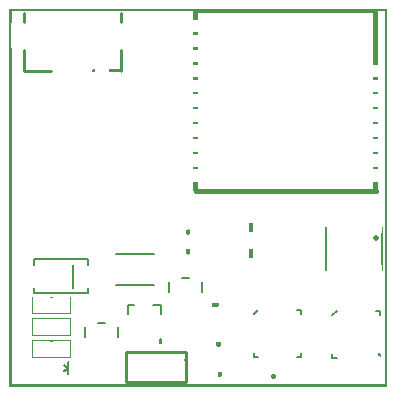
<source format=gto>
G04 MADE WITH FRITZING*
G04 WWW.FRITZING.ORG*
G04 DOUBLE SIDED*
G04 HOLES PLATED*
G04 CONTOUR ON CENTER OF CONTOUR VECTOR*
%ASAXBY*%
%FSLAX23Y23*%
%MOIN*%
%OFA0B0*%
%SFA1.0B1.0*%
%ADD10C,0.019307X0.00330709*%
%ADD11C,0.010000*%
%ADD12C,0.008000*%
%ADD13C,0.016000*%
%ADD14R,0.001000X0.001000*%
%LNSILK1*%
G90*
G70*
G54D10*
X1221Y497D03*
G54D11*
X589Y118D02*
X389Y118D01*
D02*
X389Y118D02*
X389Y18D01*
D02*
X389Y18D02*
X589Y18D01*
D02*
X589Y18D02*
X589Y118D01*
G54D12*
D02*
X957Y100D02*
X971Y100D01*
D02*
X971Y114D02*
X971Y100D01*
D02*
X827Y100D02*
X813Y100D01*
D02*
X813Y100D02*
X813Y114D01*
D02*
X971Y244D02*
X971Y257D01*
D02*
X971Y257D02*
X957Y257D01*
D02*
X827Y257D02*
X813Y244D01*
D02*
X642Y349D02*
X642Y315D01*
D02*
X530Y315D02*
X530Y349D01*
D02*
X576Y364D02*
X597Y364D01*
D02*
X416Y274D02*
X393Y274D01*
D02*
X393Y274D02*
X393Y242D01*
D02*
X479Y274D02*
X503Y274D01*
D02*
X503Y274D02*
X503Y242D01*
D02*
X356Y442D02*
X482Y442D01*
D02*
X356Y340D02*
X482Y340D01*
D02*
X80Y408D02*
X80Y426D01*
D02*
X80Y426D02*
X261Y426D01*
D02*
X261Y426D02*
X261Y408D01*
D02*
X261Y330D02*
X261Y312D01*
D02*
X261Y312D02*
X80Y312D01*
D02*
X80Y312D02*
X80Y330D01*
D02*
X210Y408D02*
X210Y330D01*
D02*
X362Y199D02*
X362Y165D01*
D02*
X250Y165D02*
X250Y199D01*
D02*
X295Y214D02*
X317Y214D01*
D02*
X1090Y96D02*
X1076Y96D01*
D02*
X1076Y96D02*
X1076Y110D01*
D02*
X1233Y240D02*
X1233Y253D01*
D02*
X1233Y253D02*
X1220Y253D01*
D02*
X1090Y253D02*
X1076Y240D01*
G54D11*
D02*
X372Y1123D02*
X372Y1052D01*
D02*
X139Y1052D02*
X49Y1052D01*
D02*
X49Y1052D02*
X49Y1123D01*
D02*
X49Y1218D02*
X49Y1245D01*
D02*
X372Y1218D02*
X372Y1245D01*
G54D13*
D02*
X1220Y653D02*
X620Y653D01*
D02*
X1220Y653D02*
X620Y653D01*
G54D14*
X0Y1260D02*
X1258Y1260D01*
X0Y1259D02*
X1258Y1259D01*
X0Y1258D02*
X1258Y1258D01*
X0Y1257D02*
X1258Y1257D01*
X0Y1256D02*
X1258Y1256D01*
X0Y1255D02*
X1258Y1255D01*
X0Y1254D02*
X1258Y1254D01*
X0Y1253D02*
X1258Y1253D01*
X0Y1252D02*
X7Y1252D01*
X612Y1252D02*
X1226Y1252D01*
X1251Y1252D02*
X1258Y1252D01*
X0Y1251D02*
X7Y1251D01*
X612Y1251D02*
X1226Y1251D01*
X1251Y1251D02*
X1258Y1251D01*
X0Y1250D02*
X7Y1250D01*
X612Y1250D02*
X1226Y1250D01*
X1251Y1250D02*
X1258Y1250D01*
X0Y1249D02*
X7Y1249D01*
X612Y1249D02*
X1226Y1249D01*
X1251Y1249D02*
X1258Y1249D01*
X0Y1248D02*
X7Y1248D01*
X612Y1248D02*
X1226Y1248D01*
X1251Y1248D02*
X1258Y1248D01*
X0Y1247D02*
X7Y1247D01*
X612Y1247D02*
X1226Y1247D01*
X1251Y1247D02*
X1258Y1247D01*
X0Y1246D02*
X7Y1246D01*
X612Y1246D02*
X1226Y1246D01*
X1251Y1246D02*
X1258Y1246D01*
X0Y1245D02*
X7Y1245D01*
X612Y1245D02*
X627Y1245D01*
X1212Y1245D02*
X1226Y1245D01*
X1251Y1245D02*
X1258Y1245D01*
X0Y1244D02*
X7Y1244D01*
X612Y1244D02*
X627Y1244D01*
X1212Y1244D02*
X1226Y1244D01*
X1251Y1244D02*
X1258Y1244D01*
X0Y1243D02*
X7Y1243D01*
X612Y1243D02*
X627Y1243D01*
X1212Y1243D02*
X1226Y1243D01*
X1251Y1243D02*
X1258Y1243D01*
X0Y1242D02*
X7Y1242D01*
X612Y1242D02*
X627Y1242D01*
X1212Y1242D02*
X1226Y1242D01*
X1251Y1242D02*
X1258Y1242D01*
X0Y1241D02*
X7Y1241D01*
X612Y1241D02*
X627Y1241D01*
X1212Y1241D02*
X1226Y1241D01*
X1251Y1241D02*
X1258Y1241D01*
X0Y1240D02*
X7Y1240D01*
X612Y1240D02*
X627Y1240D01*
X1212Y1240D02*
X1226Y1240D01*
X1251Y1240D02*
X1258Y1240D01*
X0Y1239D02*
X7Y1239D01*
X612Y1239D02*
X627Y1239D01*
X1212Y1239D02*
X1226Y1239D01*
X1251Y1239D02*
X1258Y1239D01*
X0Y1238D02*
X7Y1238D01*
X612Y1238D02*
X627Y1238D01*
X1212Y1238D02*
X1226Y1238D01*
X1251Y1238D02*
X1258Y1238D01*
X0Y1237D02*
X7Y1237D01*
X612Y1237D02*
X627Y1237D01*
X1212Y1237D02*
X1226Y1237D01*
X1251Y1237D02*
X1258Y1237D01*
X0Y1236D02*
X7Y1236D01*
X612Y1236D02*
X627Y1236D01*
X1212Y1236D02*
X1226Y1236D01*
X1251Y1236D02*
X1258Y1236D01*
X0Y1235D02*
X7Y1235D01*
X612Y1235D02*
X627Y1235D01*
X1212Y1235D02*
X1226Y1235D01*
X1251Y1235D02*
X1258Y1235D01*
X0Y1234D02*
X7Y1234D01*
X612Y1234D02*
X627Y1234D01*
X1212Y1234D02*
X1226Y1234D01*
X1251Y1234D02*
X1258Y1234D01*
X0Y1233D02*
X7Y1233D01*
X612Y1233D02*
X627Y1233D01*
X1212Y1233D02*
X1226Y1233D01*
X1251Y1233D02*
X1258Y1233D01*
X0Y1232D02*
X7Y1232D01*
X612Y1232D02*
X627Y1232D01*
X1212Y1232D02*
X1226Y1232D01*
X1251Y1232D02*
X1258Y1232D01*
X0Y1231D02*
X7Y1231D01*
X612Y1231D02*
X627Y1231D01*
X1212Y1231D02*
X1226Y1231D01*
X1251Y1231D02*
X1258Y1231D01*
X0Y1230D02*
X7Y1230D01*
X612Y1230D02*
X627Y1230D01*
X1212Y1230D02*
X1226Y1230D01*
X1251Y1230D02*
X1258Y1230D01*
X0Y1229D02*
X7Y1229D01*
X612Y1229D02*
X627Y1229D01*
X1212Y1229D02*
X1226Y1229D01*
X1251Y1229D02*
X1258Y1229D01*
X0Y1228D02*
X7Y1228D01*
X612Y1228D02*
X627Y1228D01*
X1212Y1228D02*
X1226Y1228D01*
X1251Y1228D02*
X1258Y1228D01*
X0Y1227D02*
X7Y1227D01*
X612Y1227D02*
X627Y1227D01*
X1212Y1227D02*
X1226Y1227D01*
X1251Y1227D02*
X1258Y1227D01*
X0Y1226D02*
X7Y1226D01*
X612Y1226D02*
X627Y1226D01*
X1212Y1226D02*
X1226Y1226D01*
X1251Y1226D02*
X1258Y1226D01*
X0Y1225D02*
X7Y1225D01*
X612Y1225D02*
X627Y1225D01*
X1212Y1225D02*
X1226Y1225D01*
X1251Y1225D02*
X1258Y1225D01*
X0Y1224D02*
X7Y1224D01*
X1212Y1224D02*
X1226Y1224D01*
X1251Y1224D02*
X1258Y1224D01*
X0Y1223D02*
X7Y1223D01*
X1212Y1223D02*
X1226Y1223D01*
X1251Y1223D02*
X1258Y1223D01*
X0Y1222D02*
X7Y1222D01*
X1212Y1222D02*
X1226Y1222D01*
X1251Y1222D02*
X1258Y1222D01*
X0Y1221D02*
X7Y1221D01*
X1212Y1221D02*
X1226Y1221D01*
X1251Y1221D02*
X1258Y1221D01*
X0Y1220D02*
X7Y1220D01*
X1212Y1220D02*
X1226Y1220D01*
X1251Y1220D02*
X1258Y1220D01*
X0Y1219D02*
X7Y1219D01*
X1212Y1219D02*
X1226Y1219D01*
X1251Y1219D02*
X1258Y1219D01*
X0Y1218D02*
X7Y1218D01*
X1212Y1218D02*
X1226Y1218D01*
X1251Y1218D02*
X1258Y1218D01*
X0Y1217D02*
X7Y1217D01*
X1212Y1217D02*
X1226Y1217D01*
X1251Y1217D02*
X1258Y1217D01*
X0Y1216D02*
X7Y1216D01*
X1212Y1216D02*
X1226Y1216D01*
X1251Y1216D02*
X1258Y1216D01*
X0Y1215D02*
X7Y1215D01*
X1212Y1215D02*
X1226Y1215D01*
X1251Y1215D02*
X1258Y1215D01*
X0Y1214D02*
X7Y1214D01*
X1212Y1214D02*
X1226Y1214D01*
X1251Y1214D02*
X1258Y1214D01*
X0Y1213D02*
X3Y1213D01*
X1212Y1213D02*
X1226Y1213D01*
X1251Y1213D02*
X1258Y1213D01*
X0Y1212D02*
X3Y1212D01*
X1212Y1212D02*
X1226Y1212D01*
X1251Y1212D02*
X1258Y1212D01*
X0Y1211D02*
X3Y1211D01*
X1212Y1211D02*
X1226Y1211D01*
X1251Y1211D02*
X1258Y1211D01*
X0Y1210D02*
X3Y1210D01*
X1212Y1210D02*
X1226Y1210D01*
X1251Y1210D02*
X1258Y1210D01*
X0Y1209D02*
X3Y1209D01*
X1212Y1209D02*
X1226Y1209D01*
X1251Y1209D02*
X1258Y1209D01*
X0Y1208D02*
X3Y1208D01*
X1212Y1208D02*
X1226Y1208D01*
X1251Y1208D02*
X1258Y1208D01*
X0Y1207D02*
X3Y1207D01*
X1212Y1207D02*
X1226Y1207D01*
X1251Y1207D02*
X1258Y1207D01*
X0Y1206D02*
X3Y1206D01*
X1212Y1206D02*
X1226Y1206D01*
X1251Y1206D02*
X1258Y1206D01*
X0Y1205D02*
X3Y1205D01*
X1212Y1205D02*
X1226Y1205D01*
X1251Y1205D02*
X1258Y1205D01*
X0Y1204D02*
X3Y1204D01*
X1212Y1204D02*
X1226Y1204D01*
X1251Y1204D02*
X1258Y1204D01*
X0Y1203D02*
X3Y1203D01*
X1212Y1203D02*
X1226Y1203D01*
X1251Y1203D02*
X1258Y1203D01*
X0Y1202D02*
X3Y1202D01*
X1212Y1202D02*
X1226Y1202D01*
X1251Y1202D02*
X1258Y1202D01*
X0Y1201D02*
X3Y1201D01*
X1212Y1201D02*
X1226Y1201D01*
X1251Y1201D02*
X1258Y1201D01*
X0Y1200D02*
X3Y1200D01*
X1212Y1200D02*
X1226Y1200D01*
X1251Y1200D02*
X1258Y1200D01*
X0Y1199D02*
X3Y1199D01*
X1212Y1199D02*
X1226Y1199D01*
X1251Y1199D02*
X1258Y1199D01*
X0Y1198D02*
X3Y1198D01*
X1212Y1198D02*
X1226Y1198D01*
X1251Y1198D02*
X1258Y1198D01*
X0Y1197D02*
X3Y1197D01*
X1212Y1197D02*
X1226Y1197D01*
X1251Y1197D02*
X1258Y1197D01*
X0Y1196D02*
X3Y1196D01*
X1212Y1196D02*
X1226Y1196D01*
X1251Y1196D02*
X1258Y1196D01*
X0Y1195D02*
X3Y1195D01*
X1212Y1195D02*
X1226Y1195D01*
X1251Y1195D02*
X1258Y1195D01*
X0Y1194D02*
X3Y1194D01*
X1212Y1194D02*
X1226Y1194D01*
X1251Y1194D02*
X1258Y1194D01*
X0Y1193D02*
X3Y1193D01*
X1212Y1193D02*
X1226Y1193D01*
X1251Y1193D02*
X1258Y1193D01*
X0Y1192D02*
X3Y1192D01*
X1212Y1192D02*
X1226Y1192D01*
X1251Y1192D02*
X1258Y1192D01*
X0Y1191D02*
X3Y1191D01*
X1212Y1191D02*
X1226Y1191D01*
X1251Y1191D02*
X1258Y1191D01*
X0Y1190D02*
X3Y1190D01*
X1212Y1190D02*
X1226Y1190D01*
X1251Y1190D02*
X1258Y1190D01*
X0Y1189D02*
X3Y1189D01*
X1212Y1189D02*
X1226Y1189D01*
X1251Y1189D02*
X1258Y1189D01*
X0Y1188D02*
X3Y1188D01*
X1212Y1188D02*
X1226Y1188D01*
X1251Y1188D02*
X1258Y1188D01*
X0Y1187D02*
X3Y1187D01*
X1212Y1187D02*
X1226Y1187D01*
X1251Y1187D02*
X1258Y1187D01*
X0Y1186D02*
X3Y1186D01*
X1212Y1186D02*
X1226Y1186D01*
X1251Y1186D02*
X1258Y1186D01*
X0Y1185D02*
X3Y1185D01*
X1212Y1185D02*
X1226Y1185D01*
X1251Y1185D02*
X1258Y1185D01*
X0Y1184D02*
X3Y1184D01*
X1212Y1184D02*
X1226Y1184D01*
X1251Y1184D02*
X1258Y1184D01*
X0Y1183D02*
X3Y1183D01*
X1212Y1183D02*
X1226Y1183D01*
X1251Y1183D02*
X1258Y1183D01*
X0Y1182D02*
X3Y1182D01*
X612Y1182D02*
X627Y1182D01*
X1212Y1182D02*
X1226Y1182D01*
X1251Y1182D02*
X1258Y1182D01*
X0Y1181D02*
X3Y1181D01*
X612Y1181D02*
X627Y1181D01*
X1212Y1181D02*
X1226Y1181D01*
X1251Y1181D02*
X1258Y1181D01*
X0Y1180D02*
X3Y1180D01*
X612Y1180D02*
X627Y1180D01*
X1212Y1180D02*
X1226Y1180D01*
X1251Y1180D02*
X1258Y1180D01*
X0Y1179D02*
X3Y1179D01*
X612Y1179D02*
X627Y1179D01*
X1212Y1179D02*
X1226Y1179D01*
X1251Y1179D02*
X1258Y1179D01*
X0Y1178D02*
X3Y1178D01*
X612Y1178D02*
X627Y1178D01*
X1212Y1178D02*
X1226Y1178D01*
X1251Y1178D02*
X1258Y1178D01*
X0Y1177D02*
X3Y1177D01*
X612Y1177D02*
X627Y1177D01*
X1212Y1177D02*
X1226Y1177D01*
X1251Y1177D02*
X1258Y1177D01*
X0Y1176D02*
X3Y1176D01*
X612Y1176D02*
X627Y1176D01*
X1212Y1176D02*
X1226Y1176D01*
X1251Y1176D02*
X1258Y1176D01*
X0Y1175D02*
X3Y1175D01*
X612Y1175D02*
X627Y1175D01*
X1212Y1175D02*
X1226Y1175D01*
X1251Y1175D02*
X1258Y1175D01*
X0Y1174D02*
X3Y1174D01*
X1212Y1174D02*
X1226Y1174D01*
X1251Y1174D02*
X1258Y1174D01*
X0Y1173D02*
X3Y1173D01*
X1212Y1173D02*
X1226Y1173D01*
X1251Y1173D02*
X1258Y1173D01*
X0Y1172D02*
X3Y1172D01*
X1212Y1172D02*
X1226Y1172D01*
X1251Y1172D02*
X1258Y1172D01*
X0Y1171D02*
X3Y1171D01*
X1212Y1171D02*
X1226Y1171D01*
X1251Y1171D02*
X1258Y1171D01*
X0Y1170D02*
X3Y1170D01*
X1212Y1170D02*
X1226Y1170D01*
X1251Y1170D02*
X1258Y1170D01*
X0Y1169D02*
X3Y1169D01*
X1212Y1169D02*
X1226Y1169D01*
X1251Y1169D02*
X1258Y1169D01*
X0Y1168D02*
X3Y1168D01*
X1212Y1168D02*
X1226Y1168D01*
X1251Y1168D02*
X1258Y1168D01*
X0Y1167D02*
X3Y1167D01*
X1212Y1167D02*
X1226Y1167D01*
X1251Y1167D02*
X1258Y1167D01*
X0Y1166D02*
X3Y1166D01*
X1212Y1166D02*
X1226Y1166D01*
X1251Y1166D02*
X1258Y1166D01*
X0Y1165D02*
X3Y1165D01*
X1212Y1165D02*
X1226Y1165D01*
X1251Y1165D02*
X1258Y1165D01*
X0Y1164D02*
X3Y1164D01*
X1212Y1164D02*
X1226Y1164D01*
X1251Y1164D02*
X1258Y1164D01*
X0Y1163D02*
X3Y1163D01*
X1212Y1163D02*
X1226Y1163D01*
X1251Y1163D02*
X1258Y1163D01*
X0Y1162D02*
X3Y1162D01*
X1212Y1162D02*
X1226Y1162D01*
X1251Y1162D02*
X1258Y1162D01*
X0Y1161D02*
X3Y1161D01*
X1212Y1161D02*
X1226Y1161D01*
X1251Y1161D02*
X1258Y1161D01*
X0Y1160D02*
X3Y1160D01*
X1212Y1160D02*
X1226Y1160D01*
X1251Y1160D02*
X1258Y1160D01*
X0Y1159D02*
X3Y1159D01*
X1212Y1159D02*
X1226Y1159D01*
X1251Y1159D02*
X1258Y1159D01*
X0Y1158D02*
X3Y1158D01*
X1212Y1158D02*
X1226Y1158D01*
X1251Y1158D02*
X1258Y1158D01*
X0Y1157D02*
X3Y1157D01*
X1212Y1157D02*
X1226Y1157D01*
X1251Y1157D02*
X1258Y1157D01*
X0Y1156D02*
X3Y1156D01*
X1212Y1156D02*
X1226Y1156D01*
X1251Y1156D02*
X1258Y1156D01*
X0Y1155D02*
X3Y1155D01*
X1212Y1155D02*
X1226Y1155D01*
X1251Y1155D02*
X1258Y1155D01*
X0Y1154D02*
X3Y1154D01*
X1212Y1154D02*
X1226Y1154D01*
X1251Y1154D02*
X1258Y1154D01*
X0Y1153D02*
X3Y1153D01*
X1212Y1153D02*
X1226Y1153D01*
X1251Y1153D02*
X1258Y1153D01*
X0Y1152D02*
X3Y1152D01*
X1212Y1152D02*
X1226Y1152D01*
X1251Y1152D02*
X1258Y1152D01*
X0Y1151D02*
X3Y1151D01*
X1212Y1151D02*
X1226Y1151D01*
X1251Y1151D02*
X1258Y1151D01*
X0Y1150D02*
X3Y1150D01*
X1212Y1150D02*
X1226Y1150D01*
X1251Y1150D02*
X1258Y1150D01*
X0Y1149D02*
X3Y1149D01*
X1212Y1149D02*
X1226Y1149D01*
X1251Y1149D02*
X1258Y1149D01*
X0Y1148D02*
X3Y1148D01*
X1212Y1148D02*
X1226Y1148D01*
X1251Y1148D02*
X1258Y1148D01*
X0Y1147D02*
X3Y1147D01*
X1212Y1147D02*
X1226Y1147D01*
X1251Y1147D02*
X1258Y1147D01*
X0Y1146D02*
X3Y1146D01*
X1212Y1146D02*
X1226Y1146D01*
X1251Y1146D02*
X1258Y1146D01*
X0Y1145D02*
X3Y1145D01*
X1212Y1145D02*
X1226Y1145D01*
X1251Y1145D02*
X1258Y1145D01*
X0Y1144D02*
X3Y1144D01*
X1212Y1144D02*
X1226Y1144D01*
X1251Y1144D02*
X1258Y1144D01*
X0Y1143D02*
X3Y1143D01*
X1212Y1143D02*
X1226Y1143D01*
X1251Y1143D02*
X1258Y1143D01*
X0Y1142D02*
X3Y1142D01*
X1212Y1142D02*
X1226Y1142D01*
X1251Y1142D02*
X1258Y1142D01*
X0Y1141D02*
X3Y1141D01*
X1212Y1141D02*
X1226Y1141D01*
X1251Y1141D02*
X1258Y1141D01*
X0Y1140D02*
X3Y1140D01*
X1212Y1140D02*
X1226Y1140D01*
X1251Y1140D02*
X1258Y1140D01*
X0Y1139D02*
X3Y1139D01*
X1212Y1139D02*
X1226Y1139D01*
X1251Y1139D02*
X1258Y1139D01*
X0Y1138D02*
X3Y1138D01*
X1212Y1138D02*
X1226Y1138D01*
X1251Y1138D02*
X1258Y1138D01*
X0Y1137D02*
X3Y1137D01*
X1212Y1137D02*
X1226Y1137D01*
X1251Y1137D02*
X1258Y1137D01*
X0Y1136D02*
X3Y1136D01*
X1212Y1136D02*
X1226Y1136D01*
X1251Y1136D02*
X1258Y1136D01*
X0Y1135D02*
X3Y1135D01*
X1212Y1135D02*
X1226Y1135D01*
X1251Y1135D02*
X1258Y1135D01*
X0Y1134D02*
X3Y1134D01*
X1212Y1134D02*
X1226Y1134D01*
X1251Y1134D02*
X1258Y1134D01*
X0Y1133D02*
X3Y1133D01*
X1212Y1133D02*
X1226Y1133D01*
X1251Y1133D02*
X1258Y1133D01*
X0Y1132D02*
X3Y1132D01*
X612Y1132D02*
X627Y1132D01*
X1212Y1132D02*
X1226Y1132D01*
X1251Y1132D02*
X1258Y1132D01*
X0Y1131D02*
X3Y1131D01*
X612Y1131D02*
X627Y1131D01*
X1212Y1131D02*
X1226Y1131D01*
X1251Y1131D02*
X1258Y1131D01*
X0Y1130D02*
X3Y1130D01*
X612Y1130D02*
X627Y1130D01*
X1212Y1130D02*
X1226Y1130D01*
X1251Y1130D02*
X1258Y1130D01*
X0Y1129D02*
X4Y1129D01*
X612Y1129D02*
X627Y1129D01*
X1212Y1129D02*
X1226Y1129D01*
X1251Y1129D02*
X1258Y1129D01*
X0Y1128D02*
X7Y1128D01*
X612Y1128D02*
X627Y1128D01*
X1212Y1128D02*
X1226Y1128D01*
X1251Y1128D02*
X1258Y1128D01*
X0Y1127D02*
X7Y1127D01*
X612Y1127D02*
X627Y1127D01*
X1212Y1127D02*
X1226Y1127D01*
X1251Y1127D02*
X1258Y1127D01*
X0Y1126D02*
X7Y1126D01*
X612Y1126D02*
X627Y1126D01*
X1212Y1126D02*
X1226Y1126D01*
X1251Y1126D02*
X1258Y1126D01*
X0Y1125D02*
X7Y1125D01*
X612Y1125D02*
X627Y1125D01*
X1212Y1125D02*
X1226Y1125D01*
X1251Y1125D02*
X1258Y1125D01*
X0Y1124D02*
X7Y1124D01*
X1212Y1124D02*
X1226Y1124D01*
X1251Y1124D02*
X1258Y1124D01*
X0Y1123D02*
X7Y1123D01*
X1212Y1123D02*
X1226Y1123D01*
X1251Y1123D02*
X1258Y1123D01*
X0Y1122D02*
X7Y1122D01*
X1212Y1122D02*
X1226Y1122D01*
X1251Y1122D02*
X1258Y1122D01*
X0Y1121D02*
X7Y1121D01*
X1212Y1121D02*
X1226Y1121D01*
X1251Y1121D02*
X1258Y1121D01*
X0Y1120D02*
X7Y1120D01*
X1212Y1120D02*
X1226Y1120D01*
X1251Y1120D02*
X1258Y1120D01*
X0Y1119D02*
X7Y1119D01*
X1212Y1119D02*
X1226Y1119D01*
X1251Y1119D02*
X1258Y1119D01*
X0Y1118D02*
X7Y1118D01*
X1212Y1118D02*
X1226Y1118D01*
X1251Y1118D02*
X1258Y1118D01*
X0Y1117D02*
X7Y1117D01*
X1212Y1117D02*
X1226Y1117D01*
X1251Y1117D02*
X1258Y1117D01*
X0Y1116D02*
X7Y1116D01*
X1212Y1116D02*
X1226Y1116D01*
X1251Y1116D02*
X1258Y1116D01*
X0Y1115D02*
X7Y1115D01*
X1212Y1115D02*
X1226Y1115D01*
X1251Y1115D02*
X1258Y1115D01*
X0Y1114D02*
X7Y1114D01*
X1212Y1114D02*
X1226Y1114D01*
X1251Y1114D02*
X1258Y1114D01*
X0Y1113D02*
X7Y1113D01*
X1212Y1113D02*
X1226Y1113D01*
X1251Y1113D02*
X1258Y1113D01*
X0Y1112D02*
X7Y1112D01*
X1212Y1112D02*
X1226Y1112D01*
X1251Y1112D02*
X1258Y1112D01*
X0Y1111D02*
X7Y1111D01*
X1212Y1111D02*
X1226Y1111D01*
X1251Y1111D02*
X1258Y1111D01*
X0Y1110D02*
X7Y1110D01*
X1212Y1110D02*
X1226Y1110D01*
X1251Y1110D02*
X1258Y1110D01*
X0Y1109D02*
X7Y1109D01*
X1212Y1109D02*
X1226Y1109D01*
X1251Y1109D02*
X1258Y1109D01*
X0Y1108D02*
X7Y1108D01*
X1212Y1108D02*
X1226Y1108D01*
X1251Y1108D02*
X1258Y1108D01*
X0Y1107D02*
X7Y1107D01*
X1212Y1107D02*
X1226Y1107D01*
X1251Y1107D02*
X1258Y1107D01*
X0Y1106D02*
X7Y1106D01*
X1212Y1106D02*
X1226Y1106D01*
X1251Y1106D02*
X1258Y1106D01*
X0Y1105D02*
X7Y1105D01*
X1212Y1105D02*
X1226Y1105D01*
X1251Y1105D02*
X1258Y1105D01*
X0Y1104D02*
X7Y1104D01*
X1212Y1104D02*
X1226Y1104D01*
X1251Y1104D02*
X1258Y1104D01*
X0Y1103D02*
X7Y1103D01*
X1212Y1103D02*
X1226Y1103D01*
X1251Y1103D02*
X1258Y1103D01*
X0Y1102D02*
X7Y1102D01*
X1212Y1102D02*
X1226Y1102D01*
X1251Y1102D02*
X1258Y1102D01*
X0Y1101D02*
X7Y1101D01*
X1212Y1101D02*
X1226Y1101D01*
X1251Y1101D02*
X1258Y1101D01*
X0Y1100D02*
X7Y1100D01*
X1212Y1100D02*
X1226Y1100D01*
X1251Y1100D02*
X1258Y1100D01*
X0Y1099D02*
X7Y1099D01*
X1212Y1099D02*
X1226Y1099D01*
X1251Y1099D02*
X1258Y1099D01*
X0Y1098D02*
X7Y1098D01*
X1212Y1098D02*
X1226Y1098D01*
X1251Y1098D02*
X1258Y1098D01*
X0Y1097D02*
X7Y1097D01*
X1212Y1097D02*
X1226Y1097D01*
X1251Y1097D02*
X1258Y1097D01*
X0Y1096D02*
X7Y1096D01*
X1212Y1096D02*
X1226Y1096D01*
X1251Y1096D02*
X1258Y1096D01*
X0Y1095D02*
X7Y1095D01*
X1212Y1095D02*
X1226Y1095D01*
X1251Y1095D02*
X1258Y1095D01*
X0Y1094D02*
X7Y1094D01*
X1212Y1094D02*
X1226Y1094D01*
X1251Y1094D02*
X1258Y1094D01*
X0Y1093D02*
X7Y1093D01*
X1212Y1093D02*
X1226Y1093D01*
X1251Y1093D02*
X1258Y1093D01*
X0Y1092D02*
X7Y1092D01*
X1212Y1092D02*
X1226Y1092D01*
X1251Y1092D02*
X1258Y1092D01*
X0Y1091D02*
X7Y1091D01*
X1212Y1091D02*
X1226Y1091D01*
X1251Y1091D02*
X1258Y1091D01*
X0Y1090D02*
X7Y1090D01*
X1212Y1090D02*
X1226Y1090D01*
X1251Y1090D02*
X1258Y1090D01*
X0Y1089D02*
X7Y1089D01*
X1212Y1089D02*
X1226Y1089D01*
X1251Y1089D02*
X1258Y1089D01*
X0Y1088D02*
X7Y1088D01*
X1212Y1088D02*
X1226Y1088D01*
X1251Y1088D02*
X1258Y1088D01*
X0Y1087D02*
X7Y1087D01*
X1212Y1087D02*
X1226Y1087D01*
X1251Y1087D02*
X1258Y1087D01*
X0Y1086D02*
X7Y1086D01*
X1212Y1086D02*
X1226Y1086D01*
X1251Y1086D02*
X1258Y1086D01*
X0Y1085D02*
X7Y1085D01*
X1212Y1085D02*
X1226Y1085D01*
X1251Y1085D02*
X1258Y1085D01*
X0Y1084D02*
X7Y1084D01*
X1212Y1084D02*
X1226Y1084D01*
X1251Y1084D02*
X1258Y1084D01*
X0Y1083D02*
X7Y1083D01*
X1212Y1083D02*
X1226Y1083D01*
X1251Y1083D02*
X1258Y1083D01*
X0Y1082D02*
X7Y1082D01*
X612Y1082D02*
X627Y1082D01*
X1212Y1082D02*
X1226Y1082D01*
X1251Y1082D02*
X1258Y1082D01*
X0Y1081D02*
X7Y1081D01*
X612Y1081D02*
X627Y1081D01*
X1212Y1081D02*
X1226Y1081D01*
X1251Y1081D02*
X1258Y1081D01*
X0Y1080D02*
X7Y1080D01*
X612Y1080D02*
X627Y1080D01*
X1212Y1080D02*
X1226Y1080D01*
X1251Y1080D02*
X1258Y1080D01*
X0Y1079D02*
X7Y1079D01*
X612Y1079D02*
X627Y1079D01*
X1212Y1079D02*
X1226Y1079D01*
X1251Y1079D02*
X1258Y1079D01*
X0Y1078D02*
X7Y1078D01*
X612Y1078D02*
X627Y1078D01*
X1212Y1078D02*
X1226Y1078D01*
X1251Y1078D02*
X1258Y1078D01*
X0Y1077D02*
X7Y1077D01*
X612Y1077D02*
X627Y1077D01*
X1212Y1077D02*
X1226Y1077D01*
X1251Y1077D02*
X1258Y1077D01*
X0Y1076D02*
X7Y1076D01*
X612Y1076D02*
X627Y1076D01*
X1212Y1076D02*
X1226Y1076D01*
X1251Y1076D02*
X1258Y1076D01*
X0Y1075D02*
X7Y1075D01*
X612Y1075D02*
X627Y1075D01*
X1212Y1075D02*
X1226Y1075D01*
X1251Y1075D02*
X1258Y1075D01*
X0Y1074D02*
X7Y1074D01*
X1251Y1074D02*
X1258Y1074D01*
X0Y1073D02*
X7Y1073D01*
X1251Y1073D02*
X1258Y1073D01*
X0Y1072D02*
X7Y1072D01*
X1251Y1072D02*
X1258Y1072D01*
X0Y1071D02*
X7Y1071D01*
X1251Y1071D02*
X1258Y1071D01*
X0Y1070D02*
X7Y1070D01*
X1251Y1070D02*
X1258Y1070D01*
X0Y1069D02*
X7Y1069D01*
X1251Y1069D02*
X1258Y1069D01*
X0Y1068D02*
X7Y1068D01*
X1251Y1068D02*
X1258Y1068D01*
X0Y1067D02*
X7Y1067D01*
X1251Y1067D02*
X1258Y1067D01*
X0Y1066D02*
X7Y1066D01*
X1251Y1066D02*
X1258Y1066D01*
X0Y1065D02*
X7Y1065D01*
X1251Y1065D02*
X1258Y1065D01*
X0Y1064D02*
X7Y1064D01*
X1251Y1064D02*
X1258Y1064D01*
X0Y1063D02*
X7Y1063D01*
X1251Y1063D02*
X1258Y1063D01*
X0Y1062D02*
X7Y1062D01*
X1252Y1062D02*
X1258Y1062D01*
X0Y1061D02*
X7Y1061D01*
X1252Y1061D02*
X1258Y1061D01*
X0Y1060D02*
X7Y1060D01*
X1252Y1060D02*
X1258Y1060D01*
X0Y1059D02*
X7Y1059D01*
X1253Y1059D02*
X1258Y1059D01*
X0Y1058D02*
X7Y1058D01*
X280Y1058D02*
X285Y1058D01*
X331Y1058D02*
X371Y1058D01*
X1253Y1058D02*
X1258Y1058D01*
X0Y1057D02*
X7Y1057D01*
X278Y1057D02*
X285Y1057D01*
X332Y1057D02*
X373Y1057D01*
X1253Y1057D02*
X1258Y1057D01*
X0Y1056D02*
X7Y1056D01*
X277Y1056D02*
X284Y1056D01*
X332Y1056D02*
X374Y1056D01*
X1253Y1056D02*
X1258Y1056D01*
X0Y1055D02*
X7Y1055D01*
X276Y1055D02*
X284Y1055D01*
X332Y1055D02*
X375Y1055D01*
X1253Y1055D02*
X1258Y1055D01*
X0Y1054D02*
X7Y1054D01*
X276Y1054D02*
X284Y1054D01*
X333Y1054D02*
X375Y1054D01*
X1253Y1054D02*
X1258Y1054D01*
X0Y1053D02*
X7Y1053D01*
X276Y1053D02*
X283Y1053D01*
X333Y1053D02*
X375Y1053D01*
X1253Y1053D02*
X1258Y1053D01*
X0Y1052D02*
X7Y1052D01*
X276Y1052D02*
X283Y1052D01*
X333Y1052D02*
X375Y1052D01*
X1253Y1052D02*
X1258Y1052D01*
X0Y1051D02*
X7Y1051D01*
X276Y1051D02*
X283Y1051D01*
X333Y1051D02*
X375Y1051D01*
X1253Y1051D02*
X1258Y1051D01*
X0Y1050D02*
X7Y1050D01*
X277Y1050D02*
X283Y1050D01*
X333Y1050D02*
X374Y1050D01*
X1253Y1050D02*
X1258Y1050D01*
X0Y1049D02*
X7Y1049D01*
X278Y1049D02*
X283Y1049D01*
X333Y1049D02*
X373Y1049D01*
X1253Y1049D02*
X1258Y1049D01*
X0Y1048D02*
X7Y1048D01*
X1252Y1048D02*
X1258Y1048D01*
X0Y1047D02*
X7Y1047D01*
X1252Y1047D02*
X1258Y1047D01*
X0Y1046D02*
X7Y1046D01*
X1252Y1046D02*
X1258Y1046D01*
X0Y1045D02*
X7Y1045D01*
X1251Y1045D02*
X1258Y1045D01*
X0Y1044D02*
X7Y1044D01*
X1251Y1044D02*
X1258Y1044D01*
X0Y1043D02*
X7Y1043D01*
X1251Y1043D02*
X1258Y1043D01*
X0Y1042D02*
X7Y1042D01*
X1251Y1042D02*
X1258Y1042D01*
X0Y1041D02*
X7Y1041D01*
X1251Y1041D02*
X1258Y1041D01*
X0Y1040D02*
X7Y1040D01*
X1251Y1040D02*
X1258Y1040D01*
X0Y1039D02*
X7Y1039D01*
X1251Y1039D02*
X1258Y1039D01*
X0Y1038D02*
X7Y1038D01*
X1251Y1038D02*
X1258Y1038D01*
X0Y1037D02*
X7Y1037D01*
X1251Y1037D02*
X1258Y1037D01*
X0Y1036D02*
X7Y1036D01*
X1251Y1036D02*
X1258Y1036D01*
X0Y1035D02*
X7Y1035D01*
X1251Y1035D02*
X1258Y1035D01*
X0Y1034D02*
X7Y1034D01*
X1251Y1034D02*
X1258Y1034D01*
X0Y1033D02*
X7Y1033D01*
X1251Y1033D02*
X1258Y1033D01*
X0Y1032D02*
X7Y1032D01*
X612Y1032D02*
X627Y1032D01*
X1212Y1032D02*
X1226Y1032D01*
X1251Y1032D02*
X1258Y1032D01*
X0Y1031D02*
X7Y1031D01*
X612Y1031D02*
X627Y1031D01*
X1212Y1031D02*
X1226Y1031D01*
X1251Y1031D02*
X1258Y1031D01*
X0Y1030D02*
X7Y1030D01*
X612Y1030D02*
X627Y1030D01*
X1212Y1030D02*
X1226Y1030D01*
X1251Y1030D02*
X1258Y1030D01*
X0Y1029D02*
X7Y1029D01*
X612Y1029D02*
X627Y1029D01*
X1212Y1029D02*
X1226Y1029D01*
X1251Y1029D02*
X1258Y1029D01*
X0Y1028D02*
X7Y1028D01*
X612Y1028D02*
X627Y1028D01*
X1212Y1028D02*
X1226Y1028D01*
X1251Y1028D02*
X1258Y1028D01*
X0Y1027D02*
X7Y1027D01*
X612Y1027D02*
X627Y1027D01*
X1212Y1027D02*
X1226Y1027D01*
X1251Y1027D02*
X1258Y1027D01*
X0Y1026D02*
X7Y1026D01*
X612Y1026D02*
X627Y1026D01*
X1212Y1026D02*
X1226Y1026D01*
X1251Y1026D02*
X1258Y1026D01*
X0Y1025D02*
X7Y1025D01*
X612Y1025D02*
X627Y1025D01*
X1212Y1025D02*
X1226Y1025D01*
X1251Y1025D02*
X1258Y1025D01*
X0Y1024D02*
X7Y1024D01*
X1251Y1024D02*
X1258Y1024D01*
X0Y1023D02*
X7Y1023D01*
X1251Y1023D02*
X1258Y1023D01*
X0Y1022D02*
X7Y1022D01*
X1251Y1022D02*
X1258Y1022D01*
X0Y1021D02*
X7Y1021D01*
X1251Y1021D02*
X1258Y1021D01*
X0Y1020D02*
X7Y1020D01*
X1251Y1020D02*
X1258Y1020D01*
X0Y1019D02*
X7Y1019D01*
X1251Y1019D02*
X1258Y1019D01*
X0Y1018D02*
X7Y1018D01*
X1251Y1018D02*
X1258Y1018D01*
X0Y1017D02*
X7Y1017D01*
X1251Y1017D02*
X1258Y1017D01*
X0Y1016D02*
X7Y1016D01*
X1251Y1016D02*
X1258Y1016D01*
X0Y1015D02*
X7Y1015D01*
X1251Y1015D02*
X1258Y1015D01*
X0Y1014D02*
X7Y1014D01*
X1251Y1014D02*
X1258Y1014D01*
X0Y1013D02*
X7Y1013D01*
X1251Y1013D02*
X1258Y1013D01*
X0Y1012D02*
X7Y1012D01*
X1252Y1012D02*
X1258Y1012D01*
X0Y1011D02*
X7Y1011D01*
X1252Y1011D02*
X1258Y1011D01*
X0Y1010D02*
X7Y1010D01*
X1252Y1010D02*
X1258Y1010D01*
X0Y1009D02*
X7Y1009D01*
X1253Y1009D02*
X1258Y1009D01*
X0Y1008D02*
X7Y1008D01*
X1253Y1008D02*
X1258Y1008D01*
X0Y1007D02*
X7Y1007D01*
X1253Y1007D02*
X1258Y1007D01*
X0Y1006D02*
X7Y1006D01*
X1253Y1006D02*
X1258Y1006D01*
X0Y1005D02*
X7Y1005D01*
X1253Y1005D02*
X1258Y1005D01*
X0Y1004D02*
X7Y1004D01*
X1253Y1004D02*
X1258Y1004D01*
X0Y1003D02*
X7Y1003D01*
X1253Y1003D02*
X1258Y1003D01*
X0Y1002D02*
X7Y1002D01*
X1253Y1002D02*
X1258Y1002D01*
X0Y1001D02*
X7Y1001D01*
X1253Y1001D02*
X1258Y1001D01*
X0Y1000D02*
X7Y1000D01*
X1253Y1000D02*
X1258Y1000D01*
X0Y999D02*
X7Y999D01*
X1253Y999D02*
X1258Y999D01*
X0Y998D02*
X7Y998D01*
X1252Y998D02*
X1258Y998D01*
X0Y997D02*
X7Y997D01*
X1252Y997D02*
X1258Y997D01*
X0Y996D02*
X7Y996D01*
X1252Y996D02*
X1258Y996D01*
X0Y995D02*
X7Y995D01*
X1251Y995D02*
X1258Y995D01*
X0Y994D02*
X7Y994D01*
X1251Y994D02*
X1258Y994D01*
X0Y993D02*
X7Y993D01*
X1251Y993D02*
X1258Y993D01*
X0Y992D02*
X7Y992D01*
X1251Y992D02*
X1258Y992D01*
X0Y991D02*
X7Y991D01*
X1251Y991D02*
X1258Y991D01*
X0Y990D02*
X7Y990D01*
X1251Y990D02*
X1258Y990D01*
X0Y989D02*
X7Y989D01*
X1251Y989D02*
X1258Y989D01*
X0Y988D02*
X7Y988D01*
X1251Y988D02*
X1258Y988D01*
X0Y987D02*
X7Y987D01*
X1251Y987D02*
X1258Y987D01*
X0Y986D02*
X7Y986D01*
X1251Y986D02*
X1258Y986D01*
X0Y985D02*
X7Y985D01*
X1251Y985D02*
X1258Y985D01*
X0Y984D02*
X7Y984D01*
X1251Y984D02*
X1258Y984D01*
X0Y983D02*
X7Y983D01*
X1251Y983D02*
X1258Y983D01*
X0Y982D02*
X7Y982D01*
X612Y982D02*
X627Y982D01*
X1212Y982D02*
X1226Y982D01*
X1251Y982D02*
X1258Y982D01*
X0Y981D02*
X7Y981D01*
X612Y981D02*
X627Y981D01*
X1212Y981D02*
X1226Y981D01*
X1251Y981D02*
X1258Y981D01*
X0Y980D02*
X7Y980D01*
X612Y980D02*
X627Y980D01*
X1212Y980D02*
X1226Y980D01*
X1251Y980D02*
X1258Y980D01*
X0Y979D02*
X7Y979D01*
X612Y979D02*
X627Y979D01*
X1212Y979D02*
X1226Y979D01*
X1251Y979D02*
X1258Y979D01*
X0Y978D02*
X7Y978D01*
X612Y978D02*
X627Y978D01*
X1212Y978D02*
X1226Y978D01*
X1251Y978D02*
X1258Y978D01*
X0Y977D02*
X7Y977D01*
X612Y977D02*
X627Y977D01*
X1212Y977D02*
X1226Y977D01*
X1251Y977D02*
X1258Y977D01*
X0Y976D02*
X7Y976D01*
X612Y976D02*
X627Y976D01*
X1212Y976D02*
X1226Y976D01*
X1251Y976D02*
X1258Y976D01*
X0Y975D02*
X7Y975D01*
X1251Y975D02*
X1258Y975D01*
X0Y974D02*
X7Y974D01*
X1251Y974D02*
X1258Y974D01*
X0Y973D02*
X7Y973D01*
X1251Y973D02*
X1258Y973D01*
X0Y972D02*
X7Y972D01*
X1251Y972D02*
X1258Y972D01*
X0Y971D02*
X7Y971D01*
X1251Y971D02*
X1258Y971D01*
X0Y970D02*
X7Y970D01*
X1251Y970D02*
X1258Y970D01*
X0Y969D02*
X7Y969D01*
X1251Y969D02*
X1258Y969D01*
X0Y968D02*
X7Y968D01*
X1251Y968D02*
X1258Y968D01*
X0Y967D02*
X7Y967D01*
X1251Y967D02*
X1258Y967D01*
X0Y966D02*
X7Y966D01*
X1251Y966D02*
X1258Y966D01*
X0Y965D02*
X7Y965D01*
X1251Y965D02*
X1258Y965D01*
X0Y964D02*
X7Y964D01*
X1251Y964D02*
X1258Y964D01*
X0Y963D02*
X7Y963D01*
X1251Y963D02*
X1258Y963D01*
X0Y962D02*
X7Y962D01*
X1252Y962D02*
X1258Y962D01*
X0Y961D02*
X7Y961D01*
X1252Y961D02*
X1258Y961D01*
X0Y960D02*
X7Y960D01*
X1252Y960D02*
X1258Y960D01*
X0Y959D02*
X7Y959D01*
X1253Y959D02*
X1258Y959D01*
X0Y958D02*
X7Y958D01*
X1253Y958D02*
X1258Y958D01*
X0Y957D02*
X7Y957D01*
X1253Y957D02*
X1258Y957D01*
X0Y956D02*
X7Y956D01*
X1253Y956D02*
X1258Y956D01*
X0Y955D02*
X7Y955D01*
X1253Y955D02*
X1258Y955D01*
X0Y954D02*
X7Y954D01*
X1253Y954D02*
X1258Y954D01*
X0Y953D02*
X7Y953D01*
X1253Y953D02*
X1258Y953D01*
X0Y952D02*
X7Y952D01*
X1253Y952D02*
X1258Y952D01*
X0Y951D02*
X7Y951D01*
X1253Y951D02*
X1258Y951D01*
X0Y950D02*
X7Y950D01*
X1253Y950D02*
X1258Y950D01*
X0Y949D02*
X7Y949D01*
X1253Y949D02*
X1258Y949D01*
X0Y948D02*
X7Y948D01*
X1252Y948D02*
X1258Y948D01*
X0Y947D02*
X7Y947D01*
X1252Y947D02*
X1258Y947D01*
X0Y946D02*
X7Y946D01*
X1252Y946D02*
X1258Y946D01*
X0Y945D02*
X7Y945D01*
X1251Y945D02*
X1258Y945D01*
X0Y944D02*
X7Y944D01*
X1251Y944D02*
X1258Y944D01*
X0Y943D02*
X7Y943D01*
X1251Y943D02*
X1258Y943D01*
X0Y942D02*
X7Y942D01*
X1251Y942D02*
X1258Y942D01*
X0Y941D02*
X7Y941D01*
X1251Y941D02*
X1258Y941D01*
X0Y940D02*
X7Y940D01*
X1251Y940D02*
X1258Y940D01*
X0Y939D02*
X7Y939D01*
X1251Y939D02*
X1258Y939D01*
X0Y938D02*
X7Y938D01*
X1251Y938D02*
X1258Y938D01*
X0Y937D02*
X7Y937D01*
X1251Y937D02*
X1258Y937D01*
X0Y936D02*
X7Y936D01*
X1251Y936D02*
X1258Y936D01*
X0Y935D02*
X7Y935D01*
X1251Y935D02*
X1258Y935D01*
X0Y934D02*
X7Y934D01*
X1251Y934D02*
X1258Y934D01*
X0Y933D02*
X7Y933D01*
X612Y933D02*
X627Y933D01*
X1212Y933D02*
X1226Y933D01*
X1251Y933D02*
X1258Y933D01*
X0Y932D02*
X7Y932D01*
X612Y932D02*
X627Y932D01*
X1212Y932D02*
X1226Y932D01*
X1251Y932D02*
X1258Y932D01*
X0Y931D02*
X7Y931D01*
X612Y931D02*
X627Y931D01*
X1212Y931D02*
X1226Y931D01*
X1251Y931D02*
X1258Y931D01*
X0Y930D02*
X7Y930D01*
X612Y930D02*
X627Y930D01*
X1212Y930D02*
X1226Y930D01*
X1251Y930D02*
X1258Y930D01*
X0Y929D02*
X7Y929D01*
X612Y929D02*
X627Y929D01*
X1212Y929D02*
X1226Y929D01*
X1251Y929D02*
X1258Y929D01*
X0Y928D02*
X7Y928D01*
X612Y928D02*
X627Y928D01*
X1212Y928D02*
X1226Y928D01*
X1251Y928D02*
X1258Y928D01*
X0Y927D02*
X7Y927D01*
X612Y927D02*
X627Y927D01*
X1212Y927D02*
X1226Y927D01*
X1251Y927D02*
X1258Y927D01*
X0Y926D02*
X7Y926D01*
X612Y926D02*
X627Y926D01*
X1212Y926D02*
X1226Y926D01*
X1251Y926D02*
X1258Y926D01*
X0Y925D02*
X7Y925D01*
X1251Y925D02*
X1258Y925D01*
X0Y924D02*
X7Y924D01*
X1251Y924D02*
X1258Y924D01*
X0Y923D02*
X7Y923D01*
X1251Y923D02*
X1258Y923D01*
X0Y922D02*
X7Y922D01*
X1251Y922D02*
X1258Y922D01*
X0Y921D02*
X7Y921D01*
X1251Y921D02*
X1258Y921D01*
X0Y920D02*
X7Y920D01*
X1251Y920D02*
X1258Y920D01*
X0Y919D02*
X7Y919D01*
X1251Y919D02*
X1258Y919D01*
X0Y918D02*
X7Y918D01*
X1251Y918D02*
X1258Y918D01*
X0Y917D02*
X7Y917D01*
X1251Y917D02*
X1258Y917D01*
X0Y916D02*
X7Y916D01*
X1251Y916D02*
X1258Y916D01*
X0Y915D02*
X7Y915D01*
X1251Y915D02*
X1258Y915D01*
X0Y914D02*
X7Y914D01*
X1251Y914D02*
X1258Y914D01*
X0Y913D02*
X7Y913D01*
X1251Y913D02*
X1258Y913D01*
X0Y912D02*
X7Y912D01*
X1252Y912D02*
X1258Y912D01*
X0Y911D02*
X7Y911D01*
X1252Y911D02*
X1258Y911D01*
X0Y910D02*
X7Y910D01*
X1252Y910D02*
X1258Y910D01*
X0Y909D02*
X7Y909D01*
X1253Y909D02*
X1258Y909D01*
X0Y908D02*
X7Y908D01*
X1253Y908D02*
X1258Y908D01*
X0Y907D02*
X7Y907D01*
X1253Y907D02*
X1258Y907D01*
X0Y906D02*
X7Y906D01*
X1253Y906D02*
X1258Y906D01*
X0Y905D02*
X7Y905D01*
X1253Y905D02*
X1258Y905D01*
X0Y904D02*
X7Y904D01*
X1253Y904D02*
X1258Y904D01*
X0Y903D02*
X7Y903D01*
X1253Y903D02*
X1258Y903D01*
X0Y902D02*
X7Y902D01*
X1253Y902D02*
X1258Y902D01*
X0Y901D02*
X7Y901D01*
X1253Y901D02*
X1258Y901D01*
X0Y900D02*
X7Y900D01*
X1253Y900D02*
X1258Y900D01*
X0Y899D02*
X7Y899D01*
X1253Y899D02*
X1258Y899D01*
X0Y898D02*
X7Y898D01*
X1252Y898D02*
X1258Y898D01*
X0Y897D02*
X7Y897D01*
X1252Y897D02*
X1258Y897D01*
X0Y896D02*
X7Y896D01*
X1252Y896D02*
X1258Y896D01*
X0Y895D02*
X7Y895D01*
X1251Y895D02*
X1258Y895D01*
X0Y894D02*
X7Y894D01*
X1251Y894D02*
X1258Y894D01*
X0Y893D02*
X7Y893D01*
X1251Y893D02*
X1258Y893D01*
X0Y892D02*
X7Y892D01*
X1251Y892D02*
X1258Y892D01*
X0Y891D02*
X7Y891D01*
X1251Y891D02*
X1258Y891D01*
X0Y890D02*
X7Y890D01*
X1251Y890D02*
X1258Y890D01*
X0Y889D02*
X7Y889D01*
X1251Y889D02*
X1258Y889D01*
X0Y888D02*
X7Y888D01*
X1251Y888D02*
X1258Y888D01*
X0Y887D02*
X7Y887D01*
X1251Y887D02*
X1258Y887D01*
X0Y886D02*
X7Y886D01*
X1251Y886D02*
X1258Y886D01*
X0Y885D02*
X7Y885D01*
X1251Y885D02*
X1258Y885D01*
X0Y884D02*
X7Y884D01*
X1251Y884D02*
X1258Y884D01*
X0Y883D02*
X7Y883D01*
X612Y883D02*
X627Y883D01*
X1212Y883D02*
X1226Y883D01*
X1251Y883D02*
X1258Y883D01*
X0Y882D02*
X7Y882D01*
X612Y882D02*
X627Y882D01*
X1212Y882D02*
X1226Y882D01*
X1251Y882D02*
X1258Y882D01*
X0Y881D02*
X7Y881D01*
X612Y881D02*
X627Y881D01*
X1212Y881D02*
X1226Y881D01*
X1251Y881D02*
X1258Y881D01*
X0Y880D02*
X7Y880D01*
X612Y880D02*
X627Y880D01*
X1212Y880D02*
X1226Y880D01*
X1251Y880D02*
X1258Y880D01*
X0Y879D02*
X7Y879D01*
X612Y879D02*
X627Y879D01*
X1212Y879D02*
X1226Y879D01*
X1251Y879D02*
X1258Y879D01*
X0Y878D02*
X7Y878D01*
X612Y878D02*
X627Y878D01*
X1212Y878D02*
X1226Y878D01*
X1251Y878D02*
X1258Y878D01*
X0Y877D02*
X7Y877D01*
X612Y877D02*
X627Y877D01*
X1212Y877D02*
X1226Y877D01*
X1251Y877D02*
X1258Y877D01*
X0Y876D02*
X7Y876D01*
X612Y876D02*
X627Y876D01*
X1212Y876D02*
X1226Y876D01*
X1251Y876D02*
X1258Y876D01*
X0Y875D02*
X7Y875D01*
X1251Y875D02*
X1258Y875D01*
X0Y874D02*
X7Y874D01*
X1251Y874D02*
X1258Y874D01*
X0Y873D02*
X7Y873D01*
X1251Y873D02*
X1258Y873D01*
X0Y872D02*
X7Y872D01*
X1251Y872D02*
X1258Y872D01*
X0Y871D02*
X7Y871D01*
X1251Y871D02*
X1258Y871D01*
X0Y870D02*
X7Y870D01*
X1251Y870D02*
X1258Y870D01*
X0Y869D02*
X7Y869D01*
X1251Y869D02*
X1258Y869D01*
X0Y868D02*
X7Y868D01*
X1251Y868D02*
X1258Y868D01*
X0Y867D02*
X7Y867D01*
X1251Y867D02*
X1258Y867D01*
X0Y866D02*
X7Y866D01*
X1251Y866D02*
X1258Y866D01*
X0Y865D02*
X7Y865D01*
X1251Y865D02*
X1258Y865D01*
X0Y864D02*
X7Y864D01*
X1251Y864D02*
X1258Y864D01*
X0Y863D02*
X7Y863D01*
X1251Y863D02*
X1258Y863D01*
X0Y862D02*
X7Y862D01*
X1252Y862D02*
X1258Y862D01*
X0Y861D02*
X7Y861D01*
X1252Y861D02*
X1258Y861D01*
X0Y860D02*
X7Y860D01*
X1252Y860D02*
X1258Y860D01*
X0Y859D02*
X7Y859D01*
X1253Y859D02*
X1258Y859D01*
X0Y858D02*
X7Y858D01*
X1253Y858D02*
X1258Y858D01*
X0Y857D02*
X7Y857D01*
X1253Y857D02*
X1258Y857D01*
X0Y856D02*
X7Y856D01*
X1253Y856D02*
X1258Y856D01*
X0Y855D02*
X7Y855D01*
X1253Y855D02*
X1258Y855D01*
X0Y854D02*
X7Y854D01*
X1253Y854D02*
X1258Y854D01*
X0Y853D02*
X7Y853D01*
X1253Y853D02*
X1258Y853D01*
X0Y852D02*
X7Y852D01*
X1253Y852D02*
X1258Y852D01*
X0Y851D02*
X7Y851D01*
X1253Y851D02*
X1258Y851D01*
X0Y850D02*
X7Y850D01*
X1253Y850D02*
X1258Y850D01*
X0Y849D02*
X7Y849D01*
X1253Y849D02*
X1258Y849D01*
X0Y848D02*
X7Y848D01*
X1252Y848D02*
X1258Y848D01*
X0Y847D02*
X7Y847D01*
X1252Y847D02*
X1258Y847D01*
X0Y846D02*
X7Y846D01*
X1252Y846D02*
X1258Y846D01*
X0Y845D02*
X7Y845D01*
X1251Y845D02*
X1258Y845D01*
X0Y844D02*
X7Y844D01*
X1251Y844D02*
X1258Y844D01*
X0Y843D02*
X7Y843D01*
X1251Y843D02*
X1258Y843D01*
X0Y842D02*
X7Y842D01*
X1251Y842D02*
X1258Y842D01*
X0Y841D02*
X7Y841D01*
X1251Y841D02*
X1258Y841D01*
X0Y840D02*
X7Y840D01*
X1251Y840D02*
X1258Y840D01*
X0Y839D02*
X7Y839D01*
X1251Y839D02*
X1258Y839D01*
X0Y838D02*
X7Y838D01*
X1251Y838D02*
X1258Y838D01*
X0Y837D02*
X7Y837D01*
X1251Y837D02*
X1258Y837D01*
X0Y836D02*
X7Y836D01*
X1251Y836D02*
X1258Y836D01*
X0Y835D02*
X7Y835D01*
X1251Y835D02*
X1258Y835D01*
X0Y834D02*
X7Y834D01*
X1251Y834D02*
X1258Y834D01*
X0Y833D02*
X7Y833D01*
X612Y833D02*
X627Y833D01*
X1212Y833D02*
X1226Y833D01*
X1251Y833D02*
X1258Y833D01*
X0Y832D02*
X7Y832D01*
X612Y832D02*
X627Y832D01*
X1212Y832D02*
X1226Y832D01*
X1251Y832D02*
X1258Y832D01*
X0Y831D02*
X7Y831D01*
X612Y831D02*
X627Y831D01*
X1212Y831D02*
X1226Y831D01*
X1251Y831D02*
X1258Y831D01*
X0Y830D02*
X7Y830D01*
X612Y830D02*
X627Y830D01*
X1212Y830D02*
X1226Y830D01*
X1251Y830D02*
X1258Y830D01*
X0Y829D02*
X7Y829D01*
X612Y829D02*
X627Y829D01*
X1212Y829D02*
X1226Y829D01*
X1251Y829D02*
X1258Y829D01*
X0Y828D02*
X7Y828D01*
X612Y828D02*
X627Y828D01*
X1212Y828D02*
X1226Y828D01*
X1251Y828D02*
X1258Y828D01*
X0Y827D02*
X7Y827D01*
X612Y827D02*
X627Y827D01*
X1212Y827D02*
X1226Y827D01*
X1251Y827D02*
X1258Y827D01*
X0Y826D02*
X7Y826D01*
X612Y826D02*
X627Y826D01*
X1212Y826D02*
X1226Y826D01*
X1251Y826D02*
X1258Y826D01*
X0Y825D02*
X7Y825D01*
X1251Y825D02*
X1258Y825D01*
X0Y824D02*
X7Y824D01*
X1251Y824D02*
X1258Y824D01*
X0Y823D02*
X7Y823D01*
X1251Y823D02*
X1258Y823D01*
X0Y822D02*
X7Y822D01*
X1251Y822D02*
X1258Y822D01*
X0Y821D02*
X7Y821D01*
X1251Y821D02*
X1258Y821D01*
X0Y820D02*
X7Y820D01*
X1251Y820D02*
X1258Y820D01*
X0Y819D02*
X7Y819D01*
X1251Y819D02*
X1258Y819D01*
X0Y818D02*
X7Y818D01*
X1251Y818D02*
X1258Y818D01*
X0Y817D02*
X7Y817D01*
X1251Y817D02*
X1258Y817D01*
X0Y816D02*
X7Y816D01*
X1251Y816D02*
X1258Y816D01*
X0Y815D02*
X7Y815D01*
X1251Y815D02*
X1258Y815D01*
X0Y814D02*
X7Y814D01*
X1251Y814D02*
X1258Y814D01*
X0Y813D02*
X7Y813D01*
X1251Y813D02*
X1258Y813D01*
X0Y812D02*
X7Y812D01*
X1252Y812D02*
X1258Y812D01*
X0Y811D02*
X7Y811D01*
X1252Y811D02*
X1258Y811D01*
X0Y810D02*
X7Y810D01*
X1252Y810D02*
X1258Y810D01*
X0Y809D02*
X7Y809D01*
X1253Y809D02*
X1258Y809D01*
X0Y808D02*
X7Y808D01*
X1253Y808D02*
X1258Y808D01*
X0Y807D02*
X7Y807D01*
X1253Y807D02*
X1258Y807D01*
X0Y806D02*
X7Y806D01*
X1253Y806D02*
X1258Y806D01*
X0Y805D02*
X7Y805D01*
X1253Y805D02*
X1258Y805D01*
X0Y804D02*
X7Y804D01*
X1253Y804D02*
X1258Y804D01*
X0Y803D02*
X7Y803D01*
X1253Y803D02*
X1258Y803D01*
X0Y802D02*
X7Y802D01*
X1253Y802D02*
X1258Y802D01*
X0Y801D02*
X7Y801D01*
X1253Y801D02*
X1258Y801D01*
X0Y800D02*
X7Y800D01*
X1253Y800D02*
X1258Y800D01*
X0Y799D02*
X7Y799D01*
X1253Y799D02*
X1258Y799D01*
X0Y798D02*
X7Y798D01*
X1252Y798D02*
X1258Y798D01*
X0Y797D02*
X7Y797D01*
X1252Y797D02*
X1258Y797D01*
X0Y796D02*
X7Y796D01*
X1252Y796D02*
X1258Y796D01*
X0Y795D02*
X7Y795D01*
X1251Y795D02*
X1258Y795D01*
X0Y794D02*
X7Y794D01*
X1251Y794D02*
X1258Y794D01*
X0Y793D02*
X7Y793D01*
X1251Y793D02*
X1258Y793D01*
X0Y792D02*
X7Y792D01*
X1251Y792D02*
X1258Y792D01*
X0Y791D02*
X7Y791D01*
X1251Y791D02*
X1258Y791D01*
X0Y790D02*
X7Y790D01*
X1251Y790D02*
X1258Y790D01*
X0Y789D02*
X7Y789D01*
X1251Y789D02*
X1258Y789D01*
X0Y788D02*
X7Y788D01*
X1251Y788D02*
X1258Y788D01*
X0Y787D02*
X7Y787D01*
X1251Y787D02*
X1258Y787D01*
X0Y786D02*
X7Y786D01*
X1251Y786D02*
X1258Y786D01*
X0Y785D02*
X7Y785D01*
X1251Y785D02*
X1258Y785D01*
X0Y784D02*
X7Y784D01*
X1251Y784D02*
X1258Y784D01*
X0Y783D02*
X7Y783D01*
X612Y783D02*
X627Y783D01*
X1212Y783D02*
X1226Y783D01*
X1251Y783D02*
X1258Y783D01*
X0Y782D02*
X7Y782D01*
X612Y782D02*
X627Y782D01*
X1212Y782D02*
X1226Y782D01*
X1251Y782D02*
X1258Y782D01*
X0Y781D02*
X7Y781D01*
X612Y781D02*
X627Y781D01*
X1212Y781D02*
X1226Y781D01*
X1251Y781D02*
X1258Y781D01*
X0Y780D02*
X7Y780D01*
X612Y780D02*
X627Y780D01*
X1212Y780D02*
X1226Y780D01*
X1251Y780D02*
X1258Y780D01*
X0Y779D02*
X7Y779D01*
X612Y779D02*
X627Y779D01*
X1212Y779D02*
X1226Y779D01*
X1251Y779D02*
X1258Y779D01*
X0Y778D02*
X7Y778D01*
X612Y778D02*
X627Y778D01*
X1212Y778D02*
X1226Y778D01*
X1251Y778D02*
X1258Y778D01*
X0Y777D02*
X7Y777D01*
X612Y777D02*
X627Y777D01*
X1212Y777D02*
X1226Y777D01*
X1251Y777D02*
X1258Y777D01*
X0Y776D02*
X7Y776D01*
X612Y776D02*
X627Y776D01*
X1212Y776D02*
X1226Y776D01*
X1251Y776D02*
X1258Y776D01*
X0Y775D02*
X7Y775D01*
X1251Y775D02*
X1258Y775D01*
X0Y774D02*
X7Y774D01*
X1251Y774D02*
X1258Y774D01*
X0Y773D02*
X7Y773D01*
X1251Y773D02*
X1258Y773D01*
X0Y772D02*
X7Y772D01*
X1251Y772D02*
X1258Y772D01*
X0Y771D02*
X7Y771D01*
X1251Y771D02*
X1258Y771D01*
X0Y770D02*
X7Y770D01*
X1251Y770D02*
X1258Y770D01*
X0Y769D02*
X7Y769D01*
X1251Y769D02*
X1258Y769D01*
X0Y768D02*
X7Y768D01*
X1251Y768D02*
X1258Y768D01*
X0Y767D02*
X7Y767D01*
X1251Y767D02*
X1258Y767D01*
X0Y766D02*
X7Y766D01*
X1251Y766D02*
X1258Y766D01*
X0Y765D02*
X7Y765D01*
X1251Y765D02*
X1258Y765D01*
X0Y764D02*
X7Y764D01*
X1251Y764D02*
X1258Y764D01*
X0Y763D02*
X7Y763D01*
X1251Y763D02*
X1258Y763D01*
X0Y762D02*
X7Y762D01*
X1252Y762D02*
X1258Y762D01*
X0Y761D02*
X7Y761D01*
X1252Y761D02*
X1258Y761D01*
X0Y760D02*
X7Y760D01*
X1252Y760D02*
X1258Y760D01*
X0Y759D02*
X7Y759D01*
X1253Y759D02*
X1258Y759D01*
X0Y758D02*
X7Y758D01*
X1253Y758D02*
X1258Y758D01*
X0Y757D02*
X7Y757D01*
X1253Y757D02*
X1258Y757D01*
X0Y756D02*
X7Y756D01*
X1253Y756D02*
X1258Y756D01*
X0Y755D02*
X7Y755D01*
X1253Y755D02*
X1258Y755D01*
X0Y754D02*
X7Y754D01*
X1253Y754D02*
X1258Y754D01*
X0Y753D02*
X7Y753D01*
X1253Y753D02*
X1258Y753D01*
X0Y752D02*
X7Y752D01*
X1253Y752D02*
X1258Y752D01*
X0Y751D02*
X7Y751D01*
X1253Y751D02*
X1258Y751D01*
X0Y750D02*
X7Y750D01*
X1253Y750D02*
X1258Y750D01*
X0Y749D02*
X7Y749D01*
X1253Y749D02*
X1258Y749D01*
X0Y748D02*
X7Y748D01*
X1252Y748D02*
X1258Y748D01*
X0Y747D02*
X7Y747D01*
X1252Y747D02*
X1258Y747D01*
X0Y746D02*
X7Y746D01*
X1252Y746D02*
X1258Y746D01*
X0Y745D02*
X7Y745D01*
X1251Y745D02*
X1258Y745D01*
X0Y744D02*
X7Y744D01*
X1251Y744D02*
X1258Y744D01*
X0Y743D02*
X7Y743D01*
X1251Y743D02*
X1258Y743D01*
X0Y742D02*
X7Y742D01*
X1251Y742D02*
X1258Y742D01*
X0Y741D02*
X7Y741D01*
X1251Y741D02*
X1258Y741D01*
X0Y740D02*
X7Y740D01*
X1251Y740D02*
X1258Y740D01*
X0Y739D02*
X7Y739D01*
X1251Y739D02*
X1258Y739D01*
X0Y738D02*
X7Y738D01*
X1251Y738D02*
X1258Y738D01*
X0Y737D02*
X7Y737D01*
X1251Y737D02*
X1258Y737D01*
X0Y736D02*
X7Y736D01*
X1251Y736D02*
X1258Y736D01*
X0Y735D02*
X7Y735D01*
X1251Y735D02*
X1258Y735D01*
X0Y734D02*
X7Y734D01*
X1251Y734D02*
X1258Y734D01*
X0Y733D02*
X7Y733D01*
X612Y733D02*
X627Y733D01*
X1212Y733D02*
X1226Y733D01*
X1251Y733D02*
X1258Y733D01*
X0Y732D02*
X7Y732D01*
X612Y732D02*
X627Y732D01*
X1212Y732D02*
X1226Y732D01*
X1251Y732D02*
X1258Y732D01*
X0Y731D02*
X7Y731D01*
X612Y731D02*
X627Y731D01*
X1212Y731D02*
X1226Y731D01*
X1251Y731D02*
X1258Y731D01*
X0Y730D02*
X7Y730D01*
X612Y730D02*
X627Y730D01*
X1212Y730D02*
X1226Y730D01*
X1251Y730D02*
X1258Y730D01*
X0Y729D02*
X7Y729D01*
X612Y729D02*
X627Y729D01*
X1212Y729D02*
X1226Y729D01*
X1251Y729D02*
X1258Y729D01*
X0Y728D02*
X7Y728D01*
X612Y728D02*
X627Y728D01*
X1212Y728D02*
X1226Y728D01*
X1251Y728D02*
X1258Y728D01*
X0Y727D02*
X7Y727D01*
X612Y727D02*
X627Y727D01*
X1212Y727D02*
X1226Y727D01*
X1251Y727D02*
X1258Y727D01*
X0Y726D02*
X7Y726D01*
X612Y726D02*
X627Y726D01*
X1212Y726D02*
X1226Y726D01*
X1251Y726D02*
X1258Y726D01*
X0Y725D02*
X7Y725D01*
X1251Y725D02*
X1258Y725D01*
X0Y724D02*
X7Y724D01*
X1251Y724D02*
X1258Y724D01*
X0Y723D02*
X7Y723D01*
X1251Y723D02*
X1258Y723D01*
X0Y722D02*
X7Y722D01*
X1251Y722D02*
X1258Y722D01*
X0Y721D02*
X7Y721D01*
X1251Y721D02*
X1258Y721D01*
X0Y720D02*
X7Y720D01*
X1251Y720D02*
X1258Y720D01*
X0Y719D02*
X7Y719D01*
X1251Y719D02*
X1258Y719D01*
X0Y718D02*
X7Y718D01*
X1251Y718D02*
X1258Y718D01*
X0Y717D02*
X7Y717D01*
X1251Y717D02*
X1258Y717D01*
X0Y716D02*
X7Y716D01*
X1251Y716D02*
X1258Y716D01*
X0Y715D02*
X7Y715D01*
X1251Y715D02*
X1258Y715D01*
X0Y714D02*
X7Y714D01*
X1251Y714D02*
X1258Y714D01*
X0Y713D02*
X7Y713D01*
X1251Y713D02*
X1258Y713D01*
X0Y712D02*
X7Y712D01*
X1252Y712D02*
X1258Y712D01*
X0Y711D02*
X7Y711D01*
X1252Y711D02*
X1258Y711D01*
X0Y710D02*
X7Y710D01*
X1252Y710D02*
X1258Y710D01*
X0Y709D02*
X7Y709D01*
X1253Y709D02*
X1258Y709D01*
X0Y708D02*
X7Y708D01*
X1253Y708D02*
X1258Y708D01*
X0Y707D02*
X7Y707D01*
X1253Y707D02*
X1258Y707D01*
X0Y706D02*
X7Y706D01*
X1253Y706D02*
X1258Y706D01*
X0Y705D02*
X7Y705D01*
X1253Y705D02*
X1258Y705D01*
X0Y704D02*
X7Y704D01*
X1253Y704D02*
X1258Y704D01*
X0Y703D02*
X7Y703D01*
X1253Y703D02*
X1258Y703D01*
X0Y702D02*
X7Y702D01*
X1253Y702D02*
X1258Y702D01*
X0Y701D02*
X7Y701D01*
X1253Y701D02*
X1258Y701D01*
X0Y700D02*
X7Y700D01*
X1253Y700D02*
X1258Y700D01*
X0Y699D02*
X7Y699D01*
X1253Y699D02*
X1258Y699D01*
X0Y698D02*
X7Y698D01*
X1252Y698D02*
X1258Y698D01*
X0Y697D02*
X7Y697D01*
X1252Y697D02*
X1258Y697D01*
X0Y696D02*
X7Y696D01*
X1252Y696D02*
X1258Y696D01*
X0Y695D02*
X7Y695D01*
X1251Y695D02*
X1258Y695D01*
X0Y694D02*
X7Y694D01*
X1251Y694D02*
X1258Y694D01*
X0Y693D02*
X7Y693D01*
X1251Y693D02*
X1258Y693D01*
X0Y692D02*
X7Y692D01*
X1251Y692D02*
X1258Y692D01*
X0Y691D02*
X7Y691D01*
X1251Y691D02*
X1258Y691D01*
X0Y690D02*
X7Y690D01*
X1251Y690D02*
X1258Y690D01*
X0Y689D02*
X7Y689D01*
X1251Y689D02*
X1258Y689D01*
X0Y688D02*
X7Y688D01*
X1251Y688D02*
X1258Y688D01*
X0Y687D02*
X7Y687D01*
X1251Y687D02*
X1258Y687D01*
X0Y686D02*
X7Y686D01*
X1251Y686D02*
X1258Y686D01*
X0Y685D02*
X7Y685D01*
X1251Y685D02*
X1258Y685D01*
X0Y684D02*
X7Y684D01*
X1251Y684D02*
X1258Y684D01*
X0Y683D02*
X7Y683D01*
X612Y683D02*
X627Y683D01*
X1212Y683D02*
X1226Y683D01*
X1251Y683D02*
X1258Y683D01*
X0Y682D02*
X7Y682D01*
X612Y682D02*
X627Y682D01*
X1212Y682D02*
X1226Y682D01*
X1251Y682D02*
X1258Y682D01*
X0Y681D02*
X7Y681D01*
X612Y681D02*
X627Y681D01*
X1212Y681D02*
X1226Y681D01*
X1251Y681D02*
X1258Y681D01*
X0Y680D02*
X7Y680D01*
X612Y680D02*
X627Y680D01*
X1212Y680D02*
X1226Y680D01*
X1251Y680D02*
X1258Y680D01*
X0Y679D02*
X7Y679D01*
X612Y679D02*
X627Y679D01*
X1212Y679D02*
X1226Y679D01*
X1251Y679D02*
X1258Y679D01*
X0Y678D02*
X7Y678D01*
X612Y678D02*
X627Y678D01*
X1212Y678D02*
X1226Y678D01*
X1251Y678D02*
X1258Y678D01*
X0Y677D02*
X7Y677D01*
X612Y677D02*
X627Y677D01*
X1212Y677D02*
X1226Y677D01*
X1251Y677D02*
X1258Y677D01*
X0Y676D02*
X7Y676D01*
X612Y676D02*
X627Y676D01*
X1212Y676D02*
X1226Y676D01*
X1251Y676D02*
X1258Y676D01*
X0Y675D02*
X7Y675D01*
X612Y675D02*
X627Y675D01*
X1212Y675D02*
X1226Y675D01*
X1251Y675D02*
X1258Y675D01*
X0Y674D02*
X7Y674D01*
X612Y674D02*
X627Y674D01*
X1212Y674D02*
X1226Y674D01*
X1251Y674D02*
X1258Y674D01*
X0Y673D02*
X7Y673D01*
X612Y673D02*
X627Y673D01*
X1212Y673D02*
X1226Y673D01*
X1251Y673D02*
X1258Y673D01*
X0Y672D02*
X7Y672D01*
X612Y672D02*
X627Y672D01*
X1212Y672D02*
X1226Y672D01*
X1251Y672D02*
X1258Y672D01*
X0Y671D02*
X7Y671D01*
X612Y671D02*
X627Y671D01*
X1212Y671D02*
X1226Y671D01*
X1251Y671D02*
X1258Y671D01*
X0Y670D02*
X7Y670D01*
X612Y670D02*
X627Y670D01*
X1212Y670D02*
X1226Y670D01*
X1251Y670D02*
X1258Y670D01*
X0Y669D02*
X7Y669D01*
X612Y669D02*
X627Y669D01*
X1212Y669D02*
X1226Y669D01*
X1251Y669D02*
X1258Y669D01*
X0Y668D02*
X7Y668D01*
X612Y668D02*
X627Y668D01*
X1212Y668D02*
X1226Y668D01*
X1251Y668D02*
X1258Y668D01*
X0Y667D02*
X7Y667D01*
X612Y667D02*
X627Y667D01*
X1212Y667D02*
X1226Y667D01*
X1251Y667D02*
X1258Y667D01*
X0Y666D02*
X7Y666D01*
X612Y666D02*
X627Y666D01*
X1212Y666D02*
X1226Y666D01*
X1251Y666D02*
X1258Y666D01*
X0Y665D02*
X7Y665D01*
X612Y665D02*
X627Y665D01*
X1212Y665D02*
X1226Y665D01*
X1251Y665D02*
X1258Y665D01*
X0Y664D02*
X7Y664D01*
X612Y664D02*
X627Y664D01*
X1212Y664D02*
X1226Y664D01*
X1251Y664D02*
X1258Y664D01*
X0Y663D02*
X7Y663D01*
X612Y663D02*
X627Y663D01*
X1212Y663D02*
X1226Y663D01*
X1251Y663D02*
X1258Y663D01*
X0Y662D02*
X7Y662D01*
X612Y662D02*
X627Y662D01*
X1212Y662D02*
X1226Y662D01*
X1251Y662D02*
X1258Y662D01*
X0Y661D02*
X7Y661D01*
X612Y661D02*
X627Y661D01*
X1212Y661D02*
X1226Y661D01*
X1251Y661D02*
X1258Y661D01*
X0Y660D02*
X7Y660D01*
X612Y660D02*
X627Y660D01*
X1212Y660D02*
X1226Y660D01*
X1251Y660D02*
X1258Y660D01*
X0Y659D02*
X7Y659D01*
X612Y659D02*
X627Y659D01*
X1212Y659D02*
X1226Y659D01*
X1251Y659D02*
X1258Y659D01*
X0Y658D02*
X7Y658D01*
X612Y658D02*
X627Y658D01*
X1212Y658D02*
X1226Y658D01*
X1251Y658D02*
X1258Y658D01*
X0Y657D02*
X7Y657D01*
X612Y657D02*
X627Y657D01*
X1212Y657D02*
X1226Y657D01*
X1251Y657D02*
X1258Y657D01*
X0Y656D02*
X7Y656D01*
X612Y656D02*
X627Y656D01*
X1212Y656D02*
X1226Y656D01*
X1251Y656D02*
X1258Y656D01*
X0Y655D02*
X7Y655D01*
X612Y655D02*
X627Y655D01*
X1212Y655D02*
X1226Y655D01*
X1251Y655D02*
X1258Y655D01*
X0Y654D02*
X7Y654D01*
X1251Y654D02*
X1258Y654D01*
X0Y653D02*
X7Y653D01*
X1251Y653D02*
X1258Y653D01*
X0Y652D02*
X7Y652D01*
X1251Y652D02*
X1258Y652D01*
X0Y651D02*
X7Y651D01*
X1251Y651D02*
X1258Y651D01*
X0Y650D02*
X7Y650D01*
X1251Y650D02*
X1258Y650D01*
X0Y649D02*
X7Y649D01*
X1251Y649D02*
X1258Y649D01*
X0Y648D02*
X7Y648D01*
X1251Y648D02*
X1258Y648D01*
X0Y647D02*
X7Y647D01*
X1251Y647D02*
X1258Y647D01*
X0Y646D02*
X7Y646D01*
X1251Y646D02*
X1258Y646D01*
X0Y645D02*
X7Y645D01*
X1251Y645D02*
X1258Y645D01*
X0Y644D02*
X7Y644D01*
X1251Y644D02*
X1258Y644D01*
X0Y643D02*
X7Y643D01*
X1251Y643D02*
X1258Y643D01*
X0Y642D02*
X7Y642D01*
X1251Y642D02*
X1258Y642D01*
X0Y641D02*
X7Y641D01*
X1251Y641D02*
X1258Y641D01*
X0Y640D02*
X7Y640D01*
X1251Y640D02*
X1258Y640D01*
X0Y639D02*
X7Y639D01*
X1251Y639D02*
X1258Y639D01*
X0Y638D02*
X7Y638D01*
X1251Y638D02*
X1258Y638D01*
X0Y637D02*
X7Y637D01*
X1251Y637D02*
X1258Y637D01*
X0Y636D02*
X7Y636D01*
X1251Y636D02*
X1258Y636D01*
X0Y635D02*
X7Y635D01*
X1251Y635D02*
X1258Y635D01*
X0Y634D02*
X7Y634D01*
X1251Y634D02*
X1258Y634D01*
X0Y633D02*
X7Y633D01*
X1251Y633D02*
X1258Y633D01*
X0Y632D02*
X7Y632D01*
X1251Y632D02*
X1258Y632D01*
X0Y631D02*
X7Y631D01*
X1251Y631D02*
X1258Y631D01*
X0Y630D02*
X7Y630D01*
X1251Y630D02*
X1258Y630D01*
X0Y629D02*
X7Y629D01*
X1251Y629D02*
X1258Y629D01*
X0Y628D02*
X7Y628D01*
X1251Y628D02*
X1258Y628D01*
X0Y627D02*
X7Y627D01*
X1251Y627D02*
X1258Y627D01*
X0Y626D02*
X7Y626D01*
X1251Y626D02*
X1258Y626D01*
X0Y625D02*
X7Y625D01*
X1251Y625D02*
X1258Y625D01*
X0Y624D02*
X7Y624D01*
X1251Y624D02*
X1258Y624D01*
X0Y623D02*
X7Y623D01*
X1251Y623D02*
X1258Y623D01*
X0Y622D02*
X7Y622D01*
X1251Y622D02*
X1258Y622D01*
X0Y621D02*
X7Y621D01*
X1251Y621D02*
X1258Y621D01*
X0Y620D02*
X7Y620D01*
X1251Y620D02*
X1258Y620D01*
X0Y619D02*
X7Y619D01*
X1251Y619D02*
X1258Y619D01*
X0Y618D02*
X7Y618D01*
X1251Y618D02*
X1258Y618D01*
X0Y617D02*
X7Y617D01*
X1251Y617D02*
X1258Y617D01*
X0Y616D02*
X7Y616D01*
X1251Y616D02*
X1258Y616D01*
X0Y615D02*
X7Y615D01*
X1251Y615D02*
X1258Y615D01*
X0Y614D02*
X7Y614D01*
X1251Y614D02*
X1258Y614D01*
X0Y613D02*
X7Y613D01*
X1251Y613D02*
X1258Y613D01*
X0Y612D02*
X7Y612D01*
X1251Y612D02*
X1258Y612D01*
X0Y611D02*
X7Y611D01*
X1251Y611D02*
X1258Y611D01*
X0Y610D02*
X7Y610D01*
X1251Y610D02*
X1258Y610D01*
X0Y609D02*
X7Y609D01*
X1251Y609D02*
X1258Y609D01*
X0Y608D02*
X7Y608D01*
X1251Y608D02*
X1258Y608D01*
X0Y607D02*
X7Y607D01*
X1251Y607D02*
X1258Y607D01*
X0Y606D02*
X7Y606D01*
X1251Y606D02*
X1258Y606D01*
X0Y605D02*
X7Y605D01*
X1251Y605D02*
X1258Y605D01*
X0Y604D02*
X7Y604D01*
X1251Y604D02*
X1258Y604D01*
X0Y603D02*
X7Y603D01*
X1251Y603D02*
X1258Y603D01*
X0Y602D02*
X7Y602D01*
X1251Y602D02*
X1258Y602D01*
X0Y601D02*
X7Y601D01*
X1251Y601D02*
X1258Y601D01*
X0Y600D02*
X7Y600D01*
X1251Y600D02*
X1258Y600D01*
X0Y599D02*
X7Y599D01*
X1251Y599D02*
X1258Y599D01*
X0Y598D02*
X7Y598D01*
X1251Y598D02*
X1258Y598D01*
X0Y597D02*
X7Y597D01*
X1251Y597D02*
X1258Y597D01*
X0Y596D02*
X7Y596D01*
X1251Y596D02*
X1258Y596D01*
X0Y595D02*
X7Y595D01*
X1251Y595D02*
X1258Y595D01*
X0Y594D02*
X7Y594D01*
X1251Y594D02*
X1258Y594D01*
X0Y593D02*
X7Y593D01*
X1251Y593D02*
X1258Y593D01*
X0Y592D02*
X7Y592D01*
X1251Y592D02*
X1258Y592D01*
X0Y591D02*
X7Y591D01*
X1251Y591D02*
X1258Y591D01*
X0Y590D02*
X7Y590D01*
X1251Y590D02*
X1258Y590D01*
X0Y589D02*
X7Y589D01*
X1251Y589D02*
X1258Y589D01*
X0Y588D02*
X7Y588D01*
X1251Y588D02*
X1258Y588D01*
X0Y587D02*
X7Y587D01*
X1251Y587D02*
X1258Y587D01*
X0Y586D02*
X7Y586D01*
X1251Y586D02*
X1258Y586D01*
X0Y585D02*
X7Y585D01*
X1251Y585D02*
X1258Y585D01*
X0Y584D02*
X7Y584D01*
X1251Y584D02*
X1258Y584D01*
X0Y583D02*
X7Y583D01*
X1251Y583D02*
X1258Y583D01*
X0Y582D02*
X7Y582D01*
X1251Y582D02*
X1258Y582D01*
X0Y581D02*
X7Y581D01*
X1251Y581D02*
X1258Y581D01*
X0Y580D02*
X7Y580D01*
X1251Y580D02*
X1258Y580D01*
X0Y579D02*
X7Y579D01*
X1251Y579D02*
X1258Y579D01*
X0Y578D02*
X7Y578D01*
X1251Y578D02*
X1258Y578D01*
X0Y577D02*
X7Y577D01*
X1251Y577D02*
X1258Y577D01*
X0Y576D02*
X7Y576D01*
X1251Y576D02*
X1258Y576D01*
X0Y575D02*
X7Y575D01*
X1251Y575D02*
X1258Y575D01*
X0Y574D02*
X7Y574D01*
X1251Y574D02*
X1258Y574D01*
X0Y573D02*
X7Y573D01*
X1251Y573D02*
X1258Y573D01*
X0Y572D02*
X7Y572D01*
X1251Y572D02*
X1258Y572D01*
X0Y571D02*
X7Y571D01*
X1251Y571D02*
X1258Y571D01*
X0Y570D02*
X7Y570D01*
X1251Y570D02*
X1258Y570D01*
X0Y569D02*
X7Y569D01*
X1251Y569D02*
X1258Y569D01*
X0Y568D02*
X7Y568D01*
X1251Y568D02*
X1258Y568D01*
X0Y567D02*
X7Y567D01*
X1251Y567D02*
X1258Y567D01*
X0Y566D02*
X7Y566D01*
X1251Y566D02*
X1258Y566D01*
X0Y565D02*
X7Y565D01*
X1251Y565D02*
X1258Y565D01*
X0Y564D02*
X7Y564D01*
X1251Y564D02*
X1258Y564D01*
X0Y563D02*
X7Y563D01*
X1251Y563D02*
X1258Y563D01*
X0Y562D02*
X7Y562D01*
X1251Y562D02*
X1258Y562D01*
X0Y561D02*
X7Y561D01*
X1251Y561D02*
X1258Y561D01*
X0Y560D02*
X7Y560D01*
X1251Y560D02*
X1258Y560D01*
X0Y559D02*
X7Y559D01*
X1251Y559D02*
X1258Y559D01*
X0Y558D02*
X7Y558D01*
X1251Y558D02*
X1258Y558D01*
X0Y557D02*
X7Y557D01*
X1251Y557D02*
X1258Y557D01*
X0Y556D02*
X7Y556D01*
X1251Y556D02*
X1258Y556D01*
X0Y555D02*
X7Y555D01*
X1251Y555D02*
X1258Y555D01*
X0Y554D02*
X7Y554D01*
X1251Y554D02*
X1258Y554D01*
X0Y553D02*
X7Y553D01*
X1251Y553D02*
X1258Y553D01*
X0Y552D02*
X7Y552D01*
X1251Y552D02*
X1258Y552D01*
X0Y551D02*
X7Y551D01*
X1251Y551D02*
X1258Y551D01*
X0Y550D02*
X7Y550D01*
X1251Y550D02*
X1258Y550D01*
X0Y549D02*
X7Y549D01*
X1251Y549D02*
X1258Y549D01*
X0Y548D02*
X7Y548D01*
X1251Y548D02*
X1258Y548D01*
X0Y547D02*
X7Y547D01*
X1251Y547D02*
X1258Y547D01*
X0Y546D02*
X7Y546D01*
X1251Y546D02*
X1258Y546D01*
X0Y545D02*
X7Y545D01*
X798Y545D02*
X810Y545D01*
X1251Y545D02*
X1258Y545D01*
X0Y544D02*
X7Y544D01*
X798Y544D02*
X810Y544D01*
X1251Y544D02*
X1258Y544D01*
X0Y543D02*
X7Y543D01*
X798Y543D02*
X810Y543D01*
X1251Y543D02*
X1258Y543D01*
X0Y542D02*
X7Y542D01*
X798Y542D02*
X810Y542D01*
X1251Y542D02*
X1258Y542D01*
X0Y541D02*
X7Y541D01*
X798Y541D02*
X810Y541D01*
X1251Y541D02*
X1258Y541D01*
X0Y540D02*
X7Y540D01*
X798Y540D02*
X810Y540D01*
X1251Y540D02*
X1258Y540D01*
X0Y539D02*
X7Y539D01*
X798Y539D02*
X810Y539D01*
X1251Y539D02*
X1258Y539D01*
X0Y538D02*
X7Y538D01*
X798Y538D02*
X810Y538D01*
X1251Y538D02*
X1258Y538D01*
X0Y537D02*
X7Y537D01*
X798Y537D02*
X810Y537D01*
X1251Y537D02*
X1258Y537D01*
X0Y536D02*
X7Y536D01*
X798Y536D02*
X810Y536D01*
X1251Y536D02*
X1258Y536D01*
X0Y535D02*
X7Y535D01*
X798Y535D02*
X810Y535D01*
X1251Y535D02*
X1258Y535D01*
X0Y534D02*
X7Y534D01*
X798Y534D02*
X810Y534D01*
X1251Y534D02*
X1258Y534D01*
X0Y533D02*
X7Y533D01*
X798Y533D02*
X810Y533D01*
X1054Y533D02*
X1056Y533D01*
X1241Y533D02*
X1242Y533D01*
X1251Y533D02*
X1258Y533D01*
X0Y532D02*
X7Y532D01*
X798Y532D02*
X810Y532D01*
X1053Y532D02*
X1056Y532D01*
X1241Y532D02*
X1243Y532D01*
X1251Y532D02*
X1258Y532D01*
X0Y531D02*
X7Y531D01*
X798Y531D02*
X810Y531D01*
X1053Y531D02*
X1056Y531D01*
X1241Y531D02*
X1244Y531D01*
X1251Y531D02*
X1258Y531D01*
X0Y530D02*
X7Y530D01*
X798Y530D02*
X810Y530D01*
X1053Y530D02*
X1056Y530D01*
X1241Y530D02*
X1244Y530D01*
X1251Y530D02*
X1258Y530D01*
X0Y529D02*
X7Y529D01*
X798Y529D02*
X810Y529D01*
X1053Y529D02*
X1056Y529D01*
X1241Y529D02*
X1244Y529D01*
X1251Y529D02*
X1258Y529D01*
X0Y528D02*
X7Y528D01*
X798Y528D02*
X810Y528D01*
X1053Y528D02*
X1056Y528D01*
X1241Y528D02*
X1244Y528D01*
X1251Y528D02*
X1258Y528D01*
X0Y527D02*
X7Y527D01*
X798Y527D02*
X810Y527D01*
X1053Y527D02*
X1056Y527D01*
X1241Y527D02*
X1244Y527D01*
X1251Y527D02*
X1258Y527D01*
X0Y526D02*
X7Y526D01*
X798Y526D02*
X810Y526D01*
X1053Y526D02*
X1056Y526D01*
X1241Y526D02*
X1244Y526D01*
X1251Y526D02*
X1258Y526D01*
X0Y525D02*
X7Y525D01*
X595Y525D02*
X596Y525D01*
X798Y525D02*
X810Y525D01*
X1053Y525D02*
X1056Y525D01*
X1241Y525D02*
X1244Y525D01*
X1251Y525D02*
X1258Y525D01*
X0Y524D02*
X7Y524D01*
X592Y524D02*
X599Y524D01*
X798Y524D02*
X810Y524D01*
X1053Y524D02*
X1056Y524D01*
X1241Y524D02*
X1244Y524D01*
X1251Y524D02*
X1258Y524D01*
X0Y523D02*
X7Y523D01*
X591Y523D02*
X600Y523D01*
X798Y523D02*
X810Y523D01*
X1053Y523D02*
X1056Y523D01*
X1241Y523D02*
X1244Y523D01*
X1251Y523D02*
X1258Y523D01*
X0Y522D02*
X7Y522D01*
X590Y522D02*
X601Y522D01*
X798Y522D02*
X810Y522D01*
X1053Y522D02*
X1056Y522D01*
X1241Y522D02*
X1244Y522D01*
X1251Y522D02*
X1258Y522D01*
X0Y521D02*
X7Y521D01*
X589Y521D02*
X602Y521D01*
X798Y521D02*
X810Y521D01*
X1053Y521D02*
X1056Y521D01*
X1241Y521D02*
X1244Y521D01*
X1251Y521D02*
X1258Y521D01*
X0Y520D02*
X7Y520D01*
X589Y520D02*
X602Y520D01*
X798Y520D02*
X810Y520D01*
X1053Y520D02*
X1056Y520D01*
X1241Y520D02*
X1244Y520D01*
X1251Y520D02*
X1258Y520D01*
X0Y519D02*
X7Y519D01*
X589Y519D02*
X602Y519D01*
X798Y519D02*
X810Y519D01*
X1053Y519D02*
X1056Y519D01*
X1241Y519D02*
X1244Y519D01*
X1251Y519D02*
X1258Y519D01*
X0Y518D02*
X7Y518D01*
X589Y518D02*
X602Y518D01*
X798Y518D02*
X810Y518D01*
X1053Y518D02*
X1056Y518D01*
X1241Y518D02*
X1244Y518D01*
X1251Y518D02*
X1258Y518D01*
X0Y517D02*
X7Y517D01*
X589Y517D02*
X602Y517D01*
X1053Y517D02*
X1056Y517D01*
X1241Y517D02*
X1244Y517D01*
X1251Y517D02*
X1258Y517D01*
X0Y516D02*
X7Y516D01*
X589Y516D02*
X602Y516D01*
X1053Y516D02*
X1056Y516D01*
X1241Y516D02*
X1244Y516D01*
X1251Y516D02*
X1258Y516D01*
X0Y515D02*
X7Y515D01*
X589Y515D02*
X602Y515D01*
X1053Y515D02*
X1056Y515D01*
X1241Y515D02*
X1244Y515D01*
X1251Y515D02*
X1258Y515D01*
X0Y514D02*
X7Y514D01*
X589Y514D02*
X602Y514D01*
X1053Y514D02*
X1058Y514D01*
X1239Y514D02*
X1244Y514D01*
X1251Y514D02*
X1258Y514D01*
X0Y513D02*
X7Y513D01*
X589Y513D02*
X602Y513D01*
X1053Y513D02*
X1058Y513D01*
X1239Y513D02*
X1244Y513D01*
X1251Y513D02*
X1258Y513D01*
X0Y512D02*
X7Y512D01*
X589Y512D02*
X602Y512D01*
X1053Y512D02*
X1058Y512D01*
X1239Y512D02*
X1244Y512D01*
X1251Y512D02*
X1258Y512D01*
X0Y511D02*
X7Y511D01*
X589Y511D02*
X602Y511D01*
X1053Y511D02*
X1058Y511D01*
X1239Y511D02*
X1244Y511D01*
X1251Y511D02*
X1258Y511D01*
X0Y510D02*
X7Y510D01*
X590Y510D02*
X601Y510D01*
X1053Y510D02*
X1058Y510D01*
X1239Y510D02*
X1244Y510D01*
X1251Y510D02*
X1258Y510D01*
X0Y509D02*
X7Y509D01*
X591Y509D02*
X601Y509D01*
X1053Y509D02*
X1058Y509D01*
X1239Y509D02*
X1244Y509D01*
X1251Y509D02*
X1258Y509D01*
X0Y508D02*
X7Y508D01*
X592Y508D02*
X599Y508D01*
X1053Y508D02*
X1058Y508D01*
X1239Y508D02*
X1244Y508D01*
X1251Y508D02*
X1258Y508D01*
X0Y507D02*
X7Y507D01*
X594Y507D02*
X597Y507D01*
X1053Y507D02*
X1058Y507D01*
X1239Y507D02*
X1244Y507D01*
X1251Y507D02*
X1258Y507D01*
X0Y506D02*
X7Y506D01*
X1053Y506D02*
X1058Y506D01*
X1239Y506D02*
X1244Y506D01*
X1251Y506D02*
X1258Y506D01*
X0Y505D02*
X7Y505D01*
X1053Y505D02*
X1058Y505D01*
X1239Y505D02*
X1244Y505D01*
X1251Y505D02*
X1258Y505D01*
X0Y504D02*
X7Y504D01*
X1053Y504D02*
X1058Y504D01*
X1239Y504D02*
X1244Y504D01*
X1251Y504D02*
X1258Y504D01*
X0Y503D02*
X7Y503D01*
X1053Y503D02*
X1058Y503D01*
X1239Y503D02*
X1244Y503D01*
X1251Y503D02*
X1258Y503D01*
X0Y502D02*
X7Y502D01*
X1053Y502D02*
X1058Y502D01*
X1239Y502D02*
X1244Y502D01*
X1251Y502D02*
X1258Y502D01*
X0Y501D02*
X7Y501D01*
X1053Y501D02*
X1058Y501D01*
X1239Y501D02*
X1244Y501D01*
X1251Y501D02*
X1258Y501D01*
X0Y500D02*
X7Y500D01*
X1053Y500D02*
X1058Y500D01*
X1239Y500D02*
X1244Y500D01*
X1251Y500D02*
X1258Y500D01*
X0Y499D02*
X7Y499D01*
X1053Y499D02*
X1058Y499D01*
X1239Y499D02*
X1244Y499D01*
X1251Y499D02*
X1258Y499D01*
X0Y498D02*
X7Y498D01*
X1053Y498D02*
X1058Y498D01*
X1239Y498D02*
X1244Y498D01*
X1251Y498D02*
X1258Y498D01*
X0Y497D02*
X7Y497D01*
X1053Y497D02*
X1058Y497D01*
X1239Y497D02*
X1244Y497D01*
X1251Y497D02*
X1258Y497D01*
X0Y496D02*
X7Y496D01*
X1053Y496D02*
X1058Y496D01*
X1239Y496D02*
X1244Y496D01*
X1251Y496D02*
X1258Y496D01*
X0Y495D02*
X7Y495D01*
X1053Y495D02*
X1058Y495D01*
X1239Y495D02*
X1244Y495D01*
X1251Y495D02*
X1258Y495D01*
X0Y494D02*
X7Y494D01*
X1053Y494D02*
X1058Y494D01*
X1239Y494D02*
X1244Y494D01*
X1251Y494D02*
X1258Y494D01*
X0Y493D02*
X7Y493D01*
X1053Y493D02*
X1058Y493D01*
X1239Y493D02*
X1244Y493D01*
X1251Y493D02*
X1258Y493D01*
X0Y492D02*
X7Y492D01*
X1053Y492D02*
X1058Y492D01*
X1239Y492D02*
X1244Y492D01*
X1251Y492D02*
X1258Y492D01*
X0Y491D02*
X7Y491D01*
X1053Y491D02*
X1058Y491D01*
X1239Y491D02*
X1244Y491D01*
X1251Y491D02*
X1258Y491D01*
X0Y490D02*
X7Y490D01*
X1053Y490D02*
X1058Y490D01*
X1239Y490D02*
X1244Y490D01*
X1251Y490D02*
X1258Y490D01*
X0Y489D02*
X7Y489D01*
X1053Y489D02*
X1058Y489D01*
X1239Y489D02*
X1244Y489D01*
X1251Y489D02*
X1258Y489D01*
X0Y488D02*
X7Y488D01*
X1053Y488D02*
X1058Y488D01*
X1239Y488D02*
X1244Y488D01*
X1251Y488D02*
X1258Y488D01*
X0Y487D02*
X7Y487D01*
X1053Y487D02*
X1058Y487D01*
X1239Y487D02*
X1244Y487D01*
X1251Y487D02*
X1258Y487D01*
X0Y486D02*
X7Y486D01*
X1053Y486D02*
X1058Y486D01*
X1239Y486D02*
X1244Y486D01*
X1251Y486D02*
X1258Y486D01*
X0Y485D02*
X7Y485D01*
X1053Y485D02*
X1058Y485D01*
X1239Y485D02*
X1244Y485D01*
X1251Y485D02*
X1258Y485D01*
X0Y484D02*
X7Y484D01*
X1053Y484D02*
X1058Y484D01*
X1239Y484D02*
X1244Y484D01*
X1251Y484D02*
X1258Y484D01*
X0Y483D02*
X7Y483D01*
X1053Y483D02*
X1058Y483D01*
X1239Y483D02*
X1244Y483D01*
X1251Y483D02*
X1258Y483D01*
X0Y482D02*
X7Y482D01*
X1053Y482D02*
X1058Y482D01*
X1239Y482D02*
X1244Y482D01*
X1251Y482D02*
X1258Y482D01*
X0Y481D02*
X7Y481D01*
X1053Y481D02*
X1058Y481D01*
X1239Y481D02*
X1244Y481D01*
X1251Y481D02*
X1258Y481D01*
X0Y480D02*
X7Y480D01*
X1053Y480D02*
X1058Y480D01*
X1239Y480D02*
X1244Y480D01*
X1251Y480D02*
X1258Y480D01*
X0Y479D02*
X7Y479D01*
X1053Y479D02*
X1058Y479D01*
X1239Y479D02*
X1244Y479D01*
X1251Y479D02*
X1258Y479D01*
X0Y478D02*
X7Y478D01*
X1053Y478D02*
X1058Y478D01*
X1239Y478D02*
X1244Y478D01*
X1251Y478D02*
X1258Y478D01*
X0Y477D02*
X7Y477D01*
X1053Y477D02*
X1058Y477D01*
X1239Y477D02*
X1244Y477D01*
X1251Y477D02*
X1258Y477D01*
X0Y476D02*
X7Y476D01*
X1053Y476D02*
X1058Y476D01*
X1239Y476D02*
X1244Y476D01*
X1251Y476D02*
X1258Y476D01*
X0Y475D02*
X7Y475D01*
X1053Y475D02*
X1058Y475D01*
X1239Y475D02*
X1244Y475D01*
X1251Y475D02*
X1258Y475D01*
X0Y474D02*
X7Y474D01*
X1053Y474D02*
X1058Y474D01*
X1239Y474D02*
X1244Y474D01*
X1251Y474D02*
X1258Y474D01*
X0Y473D02*
X7Y473D01*
X1053Y473D02*
X1058Y473D01*
X1239Y473D02*
X1244Y473D01*
X1251Y473D02*
X1258Y473D01*
X0Y472D02*
X7Y472D01*
X1053Y472D02*
X1058Y472D01*
X1239Y472D02*
X1244Y472D01*
X1251Y472D02*
X1258Y472D01*
X0Y471D02*
X7Y471D01*
X1053Y471D02*
X1058Y471D01*
X1239Y471D02*
X1244Y471D01*
X1251Y471D02*
X1258Y471D01*
X0Y470D02*
X7Y470D01*
X1053Y470D02*
X1058Y470D01*
X1239Y470D02*
X1244Y470D01*
X1251Y470D02*
X1258Y470D01*
X0Y469D02*
X7Y469D01*
X1053Y469D02*
X1058Y469D01*
X1239Y469D02*
X1244Y469D01*
X1251Y469D02*
X1258Y469D01*
X0Y468D02*
X7Y468D01*
X1053Y468D02*
X1058Y468D01*
X1239Y468D02*
X1244Y468D01*
X1251Y468D02*
X1258Y468D01*
X0Y467D02*
X7Y467D01*
X1053Y467D02*
X1058Y467D01*
X1239Y467D02*
X1244Y467D01*
X1251Y467D02*
X1258Y467D01*
X0Y466D02*
X7Y466D01*
X1053Y466D02*
X1058Y466D01*
X1239Y466D02*
X1244Y466D01*
X1251Y466D02*
X1258Y466D01*
X0Y465D02*
X7Y465D01*
X1053Y465D02*
X1058Y465D01*
X1239Y465D02*
X1244Y465D01*
X1251Y465D02*
X1258Y465D01*
X0Y464D02*
X7Y464D01*
X1053Y464D02*
X1058Y464D01*
X1239Y464D02*
X1244Y464D01*
X1251Y464D02*
X1258Y464D01*
X0Y463D02*
X7Y463D01*
X1053Y463D02*
X1058Y463D01*
X1239Y463D02*
X1244Y463D01*
X1251Y463D02*
X1258Y463D01*
X0Y462D02*
X7Y462D01*
X1053Y462D02*
X1058Y462D01*
X1239Y462D02*
X1244Y462D01*
X1251Y462D02*
X1258Y462D01*
X0Y461D02*
X7Y461D01*
X1053Y461D02*
X1058Y461D01*
X1239Y461D02*
X1244Y461D01*
X1251Y461D02*
X1258Y461D01*
X0Y460D02*
X7Y460D01*
X594Y460D02*
X596Y460D01*
X1053Y460D02*
X1058Y460D01*
X1239Y460D02*
X1244Y460D01*
X1251Y460D02*
X1258Y460D01*
X0Y459D02*
X7Y459D01*
X592Y459D02*
X599Y459D01*
X798Y459D02*
X811Y459D01*
X1053Y459D02*
X1058Y459D01*
X1239Y459D02*
X1244Y459D01*
X1251Y459D02*
X1258Y459D01*
X0Y458D02*
X7Y458D01*
X590Y458D02*
X600Y458D01*
X798Y458D02*
X811Y458D01*
X1053Y458D02*
X1058Y458D01*
X1239Y458D02*
X1244Y458D01*
X1251Y458D02*
X1258Y458D01*
X0Y457D02*
X7Y457D01*
X589Y457D02*
X601Y457D01*
X798Y457D02*
X811Y457D01*
X1053Y457D02*
X1058Y457D01*
X1239Y457D02*
X1244Y457D01*
X1251Y457D02*
X1258Y457D01*
X0Y456D02*
X7Y456D01*
X589Y456D02*
X602Y456D01*
X798Y456D02*
X811Y456D01*
X1053Y456D02*
X1058Y456D01*
X1239Y456D02*
X1244Y456D01*
X1251Y456D02*
X1258Y456D01*
X0Y455D02*
X7Y455D01*
X589Y455D02*
X602Y455D01*
X798Y455D02*
X811Y455D01*
X1053Y455D02*
X1058Y455D01*
X1239Y455D02*
X1244Y455D01*
X1251Y455D02*
X1258Y455D01*
X0Y454D02*
X7Y454D01*
X589Y454D02*
X602Y454D01*
X798Y454D02*
X811Y454D01*
X1053Y454D02*
X1058Y454D01*
X1239Y454D02*
X1244Y454D01*
X1251Y454D02*
X1258Y454D01*
X0Y453D02*
X7Y453D01*
X589Y453D02*
X602Y453D01*
X798Y453D02*
X811Y453D01*
X1053Y453D02*
X1058Y453D01*
X1239Y453D02*
X1244Y453D01*
X1251Y453D02*
X1258Y453D01*
X0Y452D02*
X7Y452D01*
X589Y452D02*
X602Y452D01*
X798Y452D02*
X811Y452D01*
X1053Y452D02*
X1058Y452D01*
X1239Y452D02*
X1244Y452D01*
X1251Y452D02*
X1258Y452D01*
X0Y451D02*
X7Y451D01*
X589Y451D02*
X602Y451D01*
X798Y451D02*
X811Y451D01*
X1053Y451D02*
X1058Y451D01*
X1239Y451D02*
X1244Y451D01*
X1251Y451D02*
X1258Y451D01*
X0Y450D02*
X7Y450D01*
X589Y450D02*
X602Y450D01*
X798Y450D02*
X811Y450D01*
X1053Y450D02*
X1058Y450D01*
X1239Y450D02*
X1244Y450D01*
X1251Y450D02*
X1258Y450D01*
X0Y449D02*
X7Y449D01*
X589Y449D02*
X602Y449D01*
X798Y449D02*
X811Y449D01*
X1053Y449D02*
X1058Y449D01*
X1239Y449D02*
X1244Y449D01*
X1251Y449D02*
X1258Y449D01*
X0Y448D02*
X7Y448D01*
X589Y448D02*
X602Y448D01*
X798Y448D02*
X811Y448D01*
X1053Y448D02*
X1058Y448D01*
X1239Y448D02*
X1244Y448D01*
X1251Y448D02*
X1258Y448D01*
X0Y447D02*
X7Y447D01*
X589Y447D02*
X602Y447D01*
X798Y447D02*
X811Y447D01*
X1053Y447D02*
X1058Y447D01*
X1239Y447D02*
X1244Y447D01*
X1251Y447D02*
X1258Y447D01*
X0Y446D02*
X7Y446D01*
X589Y446D02*
X602Y446D01*
X798Y446D02*
X811Y446D01*
X1053Y446D02*
X1058Y446D01*
X1239Y446D02*
X1244Y446D01*
X1251Y446D02*
X1258Y446D01*
X0Y445D02*
X7Y445D01*
X589Y445D02*
X601Y445D01*
X798Y445D02*
X811Y445D01*
X1053Y445D02*
X1058Y445D01*
X1239Y445D02*
X1244Y445D01*
X1251Y445D02*
X1258Y445D01*
X0Y444D02*
X7Y444D01*
X590Y444D02*
X600Y444D01*
X798Y444D02*
X811Y444D01*
X1053Y444D02*
X1058Y444D01*
X1239Y444D02*
X1244Y444D01*
X1251Y444D02*
X1258Y444D01*
X0Y443D02*
X7Y443D01*
X592Y443D02*
X599Y443D01*
X798Y443D02*
X811Y443D01*
X1053Y443D02*
X1058Y443D01*
X1239Y443D02*
X1244Y443D01*
X1251Y443D02*
X1258Y443D01*
X0Y442D02*
X7Y442D01*
X594Y442D02*
X597Y442D01*
X798Y442D02*
X811Y442D01*
X1053Y442D02*
X1058Y442D01*
X1239Y442D02*
X1244Y442D01*
X1251Y442D02*
X1258Y442D01*
X0Y441D02*
X7Y441D01*
X798Y441D02*
X811Y441D01*
X1053Y441D02*
X1058Y441D01*
X1239Y441D02*
X1244Y441D01*
X1251Y441D02*
X1258Y441D01*
X0Y440D02*
X7Y440D01*
X798Y440D02*
X811Y440D01*
X1053Y440D02*
X1058Y440D01*
X1239Y440D02*
X1244Y440D01*
X1251Y440D02*
X1258Y440D01*
X0Y439D02*
X7Y439D01*
X798Y439D02*
X811Y439D01*
X1053Y439D02*
X1058Y439D01*
X1239Y439D02*
X1244Y439D01*
X1251Y439D02*
X1258Y439D01*
X0Y438D02*
X7Y438D01*
X798Y438D02*
X811Y438D01*
X1053Y438D02*
X1058Y438D01*
X1239Y438D02*
X1244Y438D01*
X1251Y438D02*
X1258Y438D01*
X0Y437D02*
X7Y437D01*
X798Y437D02*
X811Y437D01*
X1053Y437D02*
X1058Y437D01*
X1239Y437D02*
X1244Y437D01*
X1251Y437D02*
X1258Y437D01*
X0Y436D02*
X7Y436D01*
X798Y436D02*
X811Y436D01*
X1053Y436D02*
X1058Y436D01*
X1239Y436D02*
X1244Y436D01*
X1251Y436D02*
X1258Y436D01*
X0Y435D02*
X7Y435D01*
X798Y435D02*
X811Y435D01*
X1053Y435D02*
X1058Y435D01*
X1239Y435D02*
X1244Y435D01*
X1251Y435D02*
X1258Y435D01*
X0Y434D02*
X7Y434D01*
X798Y434D02*
X811Y434D01*
X1053Y434D02*
X1058Y434D01*
X1239Y434D02*
X1244Y434D01*
X1251Y434D02*
X1258Y434D01*
X0Y433D02*
X7Y433D01*
X798Y433D02*
X811Y433D01*
X1053Y433D02*
X1058Y433D01*
X1239Y433D02*
X1244Y433D01*
X1251Y433D02*
X1258Y433D01*
X0Y432D02*
X7Y432D01*
X798Y432D02*
X811Y432D01*
X1053Y432D02*
X1058Y432D01*
X1239Y432D02*
X1244Y432D01*
X1251Y432D02*
X1258Y432D01*
X0Y431D02*
X7Y431D01*
X1053Y431D02*
X1058Y431D01*
X1239Y431D02*
X1244Y431D01*
X1251Y431D02*
X1258Y431D01*
X0Y430D02*
X7Y430D01*
X1053Y430D02*
X1058Y430D01*
X1239Y430D02*
X1244Y430D01*
X1251Y430D02*
X1258Y430D01*
X0Y429D02*
X7Y429D01*
X1053Y429D02*
X1058Y429D01*
X1239Y429D02*
X1244Y429D01*
X1251Y429D02*
X1258Y429D01*
X0Y428D02*
X7Y428D01*
X1053Y428D02*
X1058Y428D01*
X1239Y428D02*
X1244Y428D01*
X1251Y428D02*
X1258Y428D01*
X0Y427D02*
X7Y427D01*
X1053Y427D02*
X1058Y427D01*
X1239Y427D02*
X1244Y427D01*
X1251Y427D02*
X1258Y427D01*
X0Y426D02*
X7Y426D01*
X1053Y426D02*
X1058Y426D01*
X1239Y426D02*
X1244Y426D01*
X1251Y426D02*
X1258Y426D01*
X0Y425D02*
X7Y425D01*
X1053Y425D02*
X1058Y425D01*
X1239Y425D02*
X1244Y425D01*
X1251Y425D02*
X1258Y425D01*
X0Y424D02*
X7Y424D01*
X1053Y424D02*
X1058Y424D01*
X1239Y424D02*
X1244Y424D01*
X1251Y424D02*
X1258Y424D01*
X0Y423D02*
X7Y423D01*
X1053Y423D02*
X1058Y423D01*
X1239Y423D02*
X1244Y423D01*
X1251Y423D02*
X1258Y423D01*
X0Y422D02*
X7Y422D01*
X1053Y422D02*
X1058Y422D01*
X1239Y422D02*
X1244Y422D01*
X1251Y422D02*
X1258Y422D01*
X0Y421D02*
X7Y421D01*
X1053Y421D02*
X1058Y421D01*
X1239Y421D02*
X1244Y421D01*
X1251Y421D02*
X1258Y421D01*
X0Y420D02*
X7Y420D01*
X1053Y420D02*
X1058Y420D01*
X1239Y420D02*
X1244Y420D01*
X1251Y420D02*
X1258Y420D01*
X0Y419D02*
X7Y419D01*
X1053Y419D02*
X1058Y419D01*
X1239Y419D02*
X1244Y419D01*
X1251Y419D02*
X1258Y419D01*
X0Y418D02*
X7Y418D01*
X1053Y418D02*
X1058Y418D01*
X1239Y418D02*
X1244Y418D01*
X1251Y418D02*
X1258Y418D01*
X0Y417D02*
X7Y417D01*
X1053Y417D02*
X1058Y417D01*
X1239Y417D02*
X1244Y417D01*
X1251Y417D02*
X1258Y417D01*
X0Y416D02*
X7Y416D01*
X1053Y416D02*
X1058Y416D01*
X1239Y416D02*
X1244Y416D01*
X1251Y416D02*
X1258Y416D01*
X0Y415D02*
X7Y415D01*
X1053Y415D02*
X1058Y415D01*
X1239Y415D02*
X1244Y415D01*
X1251Y415D02*
X1258Y415D01*
X0Y414D02*
X7Y414D01*
X1053Y414D02*
X1058Y414D01*
X1239Y414D02*
X1244Y414D01*
X1251Y414D02*
X1258Y414D01*
X0Y413D02*
X7Y413D01*
X1053Y413D02*
X1058Y413D01*
X1239Y413D02*
X1244Y413D01*
X1251Y413D02*
X1258Y413D01*
X0Y412D02*
X7Y412D01*
X1053Y412D02*
X1058Y412D01*
X1239Y412D02*
X1244Y412D01*
X1251Y412D02*
X1258Y412D01*
X0Y411D02*
X7Y411D01*
X1053Y411D02*
X1058Y411D01*
X1239Y411D02*
X1244Y411D01*
X1251Y411D02*
X1258Y411D01*
X0Y410D02*
X7Y410D01*
X1053Y410D02*
X1058Y410D01*
X1239Y410D02*
X1244Y410D01*
X1251Y410D02*
X1258Y410D01*
X0Y409D02*
X7Y409D01*
X1053Y409D02*
X1058Y409D01*
X1239Y409D02*
X1244Y409D01*
X1251Y409D02*
X1258Y409D01*
X0Y408D02*
X7Y408D01*
X1053Y408D02*
X1058Y408D01*
X1239Y408D02*
X1244Y408D01*
X1251Y408D02*
X1258Y408D01*
X0Y407D02*
X7Y407D01*
X1053Y407D02*
X1058Y407D01*
X1239Y407D02*
X1244Y407D01*
X1251Y407D02*
X1258Y407D01*
X0Y406D02*
X7Y406D01*
X1053Y406D02*
X1058Y406D01*
X1239Y406D02*
X1244Y406D01*
X1251Y406D02*
X1258Y406D01*
X0Y405D02*
X7Y405D01*
X1053Y405D02*
X1056Y405D01*
X1241Y405D02*
X1244Y405D01*
X1251Y405D02*
X1258Y405D01*
X0Y404D02*
X7Y404D01*
X1053Y404D02*
X1056Y404D01*
X1241Y404D02*
X1244Y404D01*
X1251Y404D02*
X1258Y404D01*
X0Y403D02*
X7Y403D01*
X1053Y403D02*
X1056Y403D01*
X1241Y403D02*
X1244Y403D01*
X1251Y403D02*
X1258Y403D01*
X0Y402D02*
X7Y402D01*
X1053Y402D02*
X1056Y402D01*
X1241Y402D02*
X1244Y402D01*
X1251Y402D02*
X1258Y402D01*
X0Y401D02*
X7Y401D01*
X1053Y401D02*
X1056Y401D01*
X1241Y401D02*
X1244Y401D01*
X1251Y401D02*
X1258Y401D01*
X0Y400D02*
X7Y400D01*
X1053Y400D02*
X1056Y400D01*
X1241Y400D02*
X1244Y400D01*
X1251Y400D02*
X1258Y400D01*
X0Y399D02*
X7Y399D01*
X1053Y399D02*
X1056Y399D01*
X1241Y399D02*
X1244Y399D01*
X1251Y399D02*
X1258Y399D01*
X0Y398D02*
X7Y398D01*
X1053Y398D02*
X1056Y398D01*
X1241Y398D02*
X1244Y398D01*
X1251Y398D02*
X1258Y398D01*
X0Y397D02*
X7Y397D01*
X1053Y397D02*
X1056Y397D01*
X1241Y397D02*
X1244Y397D01*
X1251Y397D02*
X1258Y397D01*
X0Y396D02*
X7Y396D01*
X1053Y396D02*
X1056Y396D01*
X1241Y396D02*
X1244Y396D01*
X1251Y396D02*
X1258Y396D01*
X0Y395D02*
X7Y395D01*
X1053Y395D02*
X1056Y395D01*
X1241Y395D02*
X1244Y395D01*
X1251Y395D02*
X1258Y395D01*
X0Y394D02*
X7Y394D01*
X1053Y394D02*
X1056Y394D01*
X1241Y394D02*
X1244Y394D01*
X1251Y394D02*
X1258Y394D01*
X0Y393D02*
X7Y393D01*
X1053Y393D02*
X1056Y393D01*
X1241Y393D02*
X1244Y393D01*
X1251Y393D02*
X1258Y393D01*
X0Y392D02*
X7Y392D01*
X1053Y392D02*
X1056Y392D01*
X1241Y392D02*
X1244Y392D01*
X1251Y392D02*
X1258Y392D01*
X0Y391D02*
X7Y391D01*
X1053Y391D02*
X1056Y391D01*
X1241Y391D02*
X1244Y391D01*
X1251Y391D02*
X1258Y391D01*
X0Y390D02*
X7Y390D01*
X1053Y390D02*
X1056Y390D01*
X1241Y390D02*
X1244Y390D01*
X1251Y390D02*
X1258Y390D01*
X0Y389D02*
X7Y389D01*
X1053Y389D02*
X1056Y389D01*
X1241Y389D02*
X1244Y389D01*
X1251Y389D02*
X1258Y389D01*
X0Y388D02*
X7Y388D01*
X1053Y388D02*
X1056Y388D01*
X1241Y388D02*
X1244Y388D01*
X1251Y388D02*
X1258Y388D01*
X0Y387D02*
X7Y387D01*
X1053Y387D02*
X1056Y387D01*
X1241Y387D02*
X1243Y387D01*
X1251Y387D02*
X1258Y387D01*
X0Y386D02*
X7Y386D01*
X1055Y386D02*
X1056Y386D01*
X1241Y386D02*
X1242Y386D01*
X1251Y386D02*
X1258Y386D01*
X0Y385D02*
X7Y385D01*
X1251Y385D02*
X1258Y385D01*
X0Y384D02*
X7Y384D01*
X1251Y384D02*
X1258Y384D01*
X0Y383D02*
X7Y383D01*
X1251Y383D02*
X1258Y383D01*
X0Y382D02*
X7Y382D01*
X1251Y382D02*
X1258Y382D01*
X0Y381D02*
X7Y381D01*
X1251Y381D02*
X1258Y381D01*
X0Y380D02*
X7Y380D01*
X1251Y380D02*
X1258Y380D01*
X0Y379D02*
X7Y379D01*
X1251Y379D02*
X1258Y379D01*
X0Y378D02*
X7Y378D01*
X1251Y378D02*
X1258Y378D01*
X0Y377D02*
X7Y377D01*
X1251Y377D02*
X1258Y377D01*
X0Y376D02*
X7Y376D01*
X1251Y376D02*
X1258Y376D01*
X0Y375D02*
X7Y375D01*
X1251Y375D02*
X1258Y375D01*
X0Y374D02*
X7Y374D01*
X1251Y374D02*
X1258Y374D01*
X0Y373D02*
X7Y373D01*
X1251Y373D02*
X1258Y373D01*
X0Y372D02*
X7Y372D01*
X1251Y372D02*
X1258Y372D01*
X0Y371D02*
X7Y371D01*
X1251Y371D02*
X1258Y371D01*
X0Y370D02*
X7Y370D01*
X1251Y370D02*
X1258Y370D01*
X0Y369D02*
X7Y369D01*
X1251Y369D02*
X1258Y369D01*
X0Y368D02*
X7Y368D01*
X1251Y368D02*
X1258Y368D01*
X0Y367D02*
X7Y367D01*
X1251Y367D02*
X1258Y367D01*
X0Y366D02*
X7Y366D01*
X1251Y366D02*
X1258Y366D01*
X0Y365D02*
X7Y365D01*
X1251Y365D02*
X1258Y365D01*
X0Y364D02*
X7Y364D01*
X1251Y364D02*
X1258Y364D01*
X0Y363D02*
X7Y363D01*
X1251Y363D02*
X1258Y363D01*
X0Y362D02*
X7Y362D01*
X1251Y362D02*
X1258Y362D01*
X0Y361D02*
X7Y361D01*
X1251Y361D02*
X1258Y361D01*
X0Y360D02*
X7Y360D01*
X1251Y360D02*
X1258Y360D01*
X0Y359D02*
X7Y359D01*
X1251Y359D02*
X1258Y359D01*
X0Y358D02*
X7Y358D01*
X1251Y358D02*
X1258Y358D01*
X0Y357D02*
X7Y357D01*
X1251Y357D02*
X1258Y357D01*
X0Y356D02*
X7Y356D01*
X1251Y356D02*
X1258Y356D01*
X0Y355D02*
X7Y355D01*
X1251Y355D02*
X1258Y355D01*
X0Y354D02*
X7Y354D01*
X1251Y354D02*
X1258Y354D01*
X0Y353D02*
X7Y353D01*
X1251Y353D02*
X1258Y353D01*
X0Y352D02*
X7Y352D01*
X1251Y352D02*
X1258Y352D01*
X0Y351D02*
X7Y351D01*
X1251Y351D02*
X1258Y351D01*
X0Y350D02*
X7Y350D01*
X1251Y350D02*
X1258Y350D01*
X0Y349D02*
X7Y349D01*
X1251Y349D02*
X1258Y349D01*
X0Y348D02*
X7Y348D01*
X1251Y348D02*
X1258Y348D01*
X0Y347D02*
X7Y347D01*
X1251Y347D02*
X1258Y347D01*
X0Y346D02*
X7Y346D01*
X1251Y346D02*
X1258Y346D01*
X0Y345D02*
X7Y345D01*
X1251Y345D02*
X1258Y345D01*
X0Y344D02*
X7Y344D01*
X1251Y344D02*
X1258Y344D01*
X0Y343D02*
X7Y343D01*
X1251Y343D02*
X1258Y343D01*
X0Y342D02*
X7Y342D01*
X1251Y342D02*
X1258Y342D01*
X0Y341D02*
X7Y341D01*
X1251Y341D02*
X1258Y341D01*
X0Y340D02*
X7Y340D01*
X1251Y340D02*
X1258Y340D01*
X0Y339D02*
X7Y339D01*
X1251Y339D02*
X1258Y339D01*
X0Y338D02*
X7Y338D01*
X1251Y338D02*
X1258Y338D01*
X0Y337D02*
X7Y337D01*
X1251Y337D02*
X1258Y337D01*
X0Y336D02*
X7Y336D01*
X1251Y336D02*
X1258Y336D01*
X0Y335D02*
X7Y335D01*
X1251Y335D02*
X1258Y335D01*
X0Y334D02*
X7Y334D01*
X1251Y334D02*
X1258Y334D01*
X0Y333D02*
X7Y333D01*
X1251Y333D02*
X1258Y333D01*
X0Y332D02*
X7Y332D01*
X1251Y332D02*
X1258Y332D01*
X0Y331D02*
X7Y331D01*
X1251Y331D02*
X1258Y331D01*
X0Y330D02*
X7Y330D01*
X1251Y330D02*
X1258Y330D01*
X0Y329D02*
X7Y329D01*
X1251Y329D02*
X1258Y329D01*
X0Y328D02*
X7Y328D01*
X1251Y328D02*
X1258Y328D01*
X0Y327D02*
X7Y327D01*
X1251Y327D02*
X1258Y327D01*
X0Y326D02*
X7Y326D01*
X1251Y326D02*
X1258Y326D01*
X0Y325D02*
X7Y325D01*
X1251Y325D02*
X1258Y325D01*
X0Y324D02*
X7Y324D01*
X1251Y324D02*
X1258Y324D01*
X0Y323D02*
X7Y323D01*
X1251Y323D02*
X1258Y323D01*
X0Y322D02*
X7Y322D01*
X1251Y322D02*
X1258Y322D01*
X0Y321D02*
X7Y321D01*
X1251Y321D02*
X1258Y321D01*
X0Y320D02*
X7Y320D01*
X1251Y320D02*
X1258Y320D01*
X0Y319D02*
X7Y319D01*
X1251Y319D02*
X1258Y319D01*
X0Y318D02*
X7Y318D01*
X1251Y318D02*
X1258Y318D01*
X0Y317D02*
X7Y317D01*
X1251Y317D02*
X1258Y317D01*
X0Y316D02*
X7Y316D01*
X1251Y316D02*
X1258Y316D01*
X0Y315D02*
X7Y315D01*
X1251Y315D02*
X1258Y315D01*
X0Y314D02*
X7Y314D01*
X1251Y314D02*
X1258Y314D01*
X0Y313D02*
X7Y313D01*
X1251Y313D02*
X1258Y313D01*
X0Y312D02*
X7Y312D01*
X1251Y312D02*
X1258Y312D01*
X0Y311D02*
X7Y311D01*
X1251Y311D02*
X1258Y311D01*
X0Y310D02*
X7Y310D01*
X1251Y310D02*
X1258Y310D01*
X0Y309D02*
X7Y309D01*
X1251Y309D02*
X1258Y309D01*
X0Y308D02*
X7Y308D01*
X1251Y308D02*
X1258Y308D01*
X0Y307D02*
X7Y307D01*
X1251Y307D02*
X1258Y307D01*
X0Y306D02*
X7Y306D01*
X1251Y306D02*
X1258Y306D01*
X0Y305D02*
X7Y305D01*
X1251Y305D02*
X1258Y305D01*
X0Y304D02*
X7Y304D01*
X1251Y304D02*
X1258Y304D01*
X0Y303D02*
X7Y303D01*
X1251Y303D02*
X1258Y303D01*
X0Y302D02*
X7Y302D01*
X1251Y302D02*
X1258Y302D01*
X0Y301D02*
X7Y301D01*
X74Y301D02*
X203Y301D01*
X1251Y301D02*
X1258Y301D01*
X0Y300D02*
X7Y300D01*
X74Y300D02*
X203Y300D01*
X1251Y300D02*
X1258Y300D01*
X0Y299D02*
X7Y299D01*
X74Y299D02*
X203Y299D01*
X1251Y299D02*
X1258Y299D01*
X0Y298D02*
X7Y298D01*
X74Y298D02*
X76Y298D01*
X134Y298D02*
X143Y298D01*
X201Y298D02*
X203Y298D01*
X1251Y298D02*
X1258Y298D01*
X0Y297D02*
X7Y297D01*
X74Y297D02*
X76Y297D01*
X201Y297D02*
X203Y297D01*
X1251Y297D02*
X1258Y297D01*
X0Y296D02*
X7Y296D01*
X74Y296D02*
X76Y296D01*
X201Y296D02*
X203Y296D01*
X1251Y296D02*
X1258Y296D01*
X0Y295D02*
X7Y295D01*
X74Y295D02*
X76Y295D01*
X201Y295D02*
X203Y295D01*
X1251Y295D02*
X1258Y295D01*
X0Y294D02*
X7Y294D01*
X74Y294D02*
X76Y294D01*
X201Y294D02*
X203Y294D01*
X1251Y294D02*
X1258Y294D01*
X0Y293D02*
X7Y293D01*
X74Y293D02*
X76Y293D01*
X201Y293D02*
X203Y293D01*
X1251Y293D02*
X1258Y293D01*
X0Y292D02*
X7Y292D01*
X74Y292D02*
X76Y292D01*
X201Y292D02*
X203Y292D01*
X1251Y292D02*
X1258Y292D01*
X0Y291D02*
X7Y291D01*
X74Y291D02*
X76Y291D01*
X201Y291D02*
X203Y291D01*
X1251Y291D02*
X1258Y291D01*
X0Y290D02*
X7Y290D01*
X74Y290D02*
X76Y290D01*
X201Y290D02*
X203Y290D01*
X1251Y290D02*
X1258Y290D01*
X0Y289D02*
X7Y289D01*
X74Y289D02*
X76Y289D01*
X201Y289D02*
X203Y289D01*
X1251Y289D02*
X1258Y289D01*
X0Y288D02*
X7Y288D01*
X74Y288D02*
X76Y288D01*
X201Y288D02*
X203Y288D01*
X1251Y288D02*
X1258Y288D01*
X0Y287D02*
X7Y287D01*
X74Y287D02*
X76Y287D01*
X201Y287D02*
X203Y287D01*
X1251Y287D02*
X1258Y287D01*
X0Y286D02*
X7Y286D01*
X74Y286D02*
X76Y286D01*
X201Y286D02*
X203Y286D01*
X1251Y286D02*
X1258Y286D01*
X0Y285D02*
X7Y285D01*
X74Y285D02*
X76Y285D01*
X201Y285D02*
X203Y285D01*
X1251Y285D02*
X1258Y285D01*
X0Y284D02*
X7Y284D01*
X74Y284D02*
X76Y284D01*
X201Y284D02*
X203Y284D01*
X1251Y284D02*
X1258Y284D01*
X0Y283D02*
X7Y283D01*
X74Y283D02*
X76Y283D01*
X201Y283D02*
X203Y283D01*
X1251Y283D02*
X1258Y283D01*
X0Y282D02*
X7Y282D01*
X74Y282D02*
X76Y282D01*
X201Y282D02*
X203Y282D01*
X1251Y282D02*
X1258Y282D01*
X0Y281D02*
X7Y281D01*
X74Y281D02*
X76Y281D01*
X201Y281D02*
X203Y281D01*
X676Y281D02*
X695Y281D01*
X1251Y281D02*
X1258Y281D01*
X0Y280D02*
X7Y280D01*
X74Y280D02*
X76Y280D01*
X201Y280D02*
X203Y280D01*
X675Y280D02*
X695Y280D01*
X1251Y280D02*
X1258Y280D01*
X0Y279D02*
X7Y279D01*
X74Y279D02*
X76Y279D01*
X201Y279D02*
X203Y279D01*
X674Y279D02*
X696Y279D01*
X1251Y279D02*
X1258Y279D01*
X0Y278D02*
X7Y278D01*
X74Y278D02*
X76Y278D01*
X201Y278D02*
X203Y278D01*
X674Y278D02*
X696Y278D01*
X1251Y278D02*
X1258Y278D01*
X0Y277D02*
X7Y277D01*
X74Y277D02*
X76Y277D01*
X201Y277D02*
X203Y277D01*
X674Y277D02*
X697Y277D01*
X1251Y277D02*
X1258Y277D01*
X0Y276D02*
X7Y276D01*
X74Y276D02*
X76Y276D01*
X201Y276D02*
X203Y276D01*
X674Y276D02*
X697Y276D01*
X1251Y276D02*
X1258Y276D01*
X0Y275D02*
X7Y275D01*
X74Y275D02*
X76Y275D01*
X201Y275D02*
X203Y275D01*
X674Y275D02*
X697Y275D01*
X1251Y275D02*
X1258Y275D01*
X0Y274D02*
X7Y274D01*
X74Y274D02*
X76Y274D01*
X201Y274D02*
X203Y274D01*
X674Y274D02*
X697Y274D01*
X1251Y274D02*
X1258Y274D01*
X0Y273D02*
X7Y273D01*
X74Y273D02*
X76Y273D01*
X201Y273D02*
X203Y273D01*
X674Y273D02*
X697Y273D01*
X1251Y273D02*
X1258Y273D01*
X0Y272D02*
X7Y272D01*
X74Y272D02*
X76Y272D01*
X201Y272D02*
X203Y272D01*
X674Y272D02*
X697Y272D01*
X1251Y272D02*
X1258Y272D01*
X0Y271D02*
X7Y271D01*
X74Y271D02*
X76Y271D01*
X201Y271D02*
X203Y271D01*
X674Y271D02*
X696Y271D01*
X1251Y271D02*
X1258Y271D01*
X0Y270D02*
X7Y270D01*
X74Y270D02*
X76Y270D01*
X201Y270D02*
X203Y270D01*
X675Y270D02*
X696Y270D01*
X1251Y270D02*
X1258Y270D01*
X0Y269D02*
X7Y269D01*
X74Y269D02*
X76Y269D01*
X201Y269D02*
X203Y269D01*
X675Y269D02*
X695Y269D01*
X1251Y269D02*
X1258Y269D01*
X0Y268D02*
X7Y268D01*
X74Y268D02*
X76Y268D01*
X201Y268D02*
X203Y268D01*
X676Y268D02*
X695Y268D01*
X1251Y268D02*
X1258Y268D01*
X0Y267D02*
X7Y267D01*
X74Y267D02*
X76Y267D01*
X201Y267D02*
X203Y267D01*
X1251Y267D02*
X1258Y267D01*
X0Y266D02*
X7Y266D01*
X74Y266D02*
X76Y266D01*
X201Y266D02*
X203Y266D01*
X1251Y266D02*
X1258Y266D01*
X0Y265D02*
X7Y265D01*
X74Y265D02*
X76Y265D01*
X201Y265D02*
X203Y265D01*
X1251Y265D02*
X1258Y265D01*
X0Y264D02*
X7Y264D01*
X74Y264D02*
X76Y264D01*
X201Y264D02*
X203Y264D01*
X1251Y264D02*
X1258Y264D01*
X0Y263D02*
X7Y263D01*
X74Y263D02*
X76Y263D01*
X201Y263D02*
X203Y263D01*
X1251Y263D02*
X1258Y263D01*
X0Y262D02*
X7Y262D01*
X74Y262D02*
X76Y262D01*
X201Y262D02*
X203Y262D01*
X1251Y262D02*
X1258Y262D01*
X0Y261D02*
X7Y261D01*
X74Y261D02*
X76Y261D01*
X201Y261D02*
X203Y261D01*
X1251Y261D02*
X1258Y261D01*
X0Y260D02*
X7Y260D01*
X74Y260D02*
X76Y260D01*
X201Y260D02*
X203Y260D01*
X1251Y260D02*
X1258Y260D01*
X0Y259D02*
X7Y259D01*
X74Y259D02*
X76Y259D01*
X201Y259D02*
X203Y259D01*
X1251Y259D02*
X1258Y259D01*
X0Y258D02*
X7Y258D01*
X74Y258D02*
X76Y258D01*
X201Y258D02*
X203Y258D01*
X1251Y258D02*
X1258Y258D01*
X0Y257D02*
X7Y257D01*
X74Y257D02*
X76Y257D01*
X201Y257D02*
X203Y257D01*
X1251Y257D02*
X1258Y257D01*
X0Y256D02*
X7Y256D01*
X74Y256D02*
X76Y256D01*
X201Y256D02*
X203Y256D01*
X1251Y256D02*
X1258Y256D01*
X0Y255D02*
X7Y255D01*
X74Y255D02*
X76Y255D01*
X201Y255D02*
X203Y255D01*
X1251Y255D02*
X1258Y255D01*
X0Y254D02*
X7Y254D01*
X74Y254D02*
X76Y254D01*
X201Y254D02*
X203Y254D01*
X1251Y254D02*
X1258Y254D01*
X0Y253D02*
X7Y253D01*
X74Y253D02*
X76Y253D01*
X201Y253D02*
X203Y253D01*
X1251Y253D02*
X1258Y253D01*
X0Y252D02*
X7Y252D01*
X74Y252D02*
X76Y252D01*
X201Y252D02*
X203Y252D01*
X1251Y252D02*
X1258Y252D01*
X0Y251D02*
X7Y251D01*
X74Y251D02*
X76Y251D01*
X201Y251D02*
X203Y251D01*
X1251Y251D02*
X1258Y251D01*
X0Y250D02*
X7Y250D01*
X74Y250D02*
X76Y250D01*
X201Y250D02*
X203Y250D01*
X1251Y250D02*
X1258Y250D01*
X0Y249D02*
X7Y249D01*
X74Y249D02*
X76Y249D01*
X201Y249D02*
X203Y249D01*
X1251Y249D02*
X1258Y249D01*
X0Y248D02*
X7Y248D01*
X74Y248D02*
X76Y248D01*
X201Y248D02*
X203Y248D01*
X1251Y248D02*
X1258Y248D01*
X0Y247D02*
X7Y247D01*
X74Y247D02*
X76Y247D01*
X201Y247D02*
X203Y247D01*
X1251Y247D02*
X1258Y247D01*
X0Y246D02*
X7Y246D01*
X74Y246D02*
X76Y246D01*
X134Y246D02*
X143Y246D01*
X201Y246D02*
X203Y246D01*
X1251Y246D02*
X1258Y246D01*
X0Y245D02*
X7Y245D01*
X74Y245D02*
X203Y245D01*
X1251Y245D02*
X1258Y245D01*
X0Y244D02*
X7Y244D01*
X74Y244D02*
X203Y244D01*
X1251Y244D02*
X1258Y244D01*
X0Y243D02*
X7Y243D01*
X74Y243D02*
X203Y243D01*
X1251Y243D02*
X1258Y243D01*
X0Y242D02*
X7Y242D01*
X1251Y242D02*
X1258Y242D01*
X0Y241D02*
X7Y241D01*
X1251Y241D02*
X1258Y241D01*
X0Y240D02*
X7Y240D01*
X1251Y240D02*
X1258Y240D01*
X0Y239D02*
X7Y239D01*
X1251Y239D02*
X1258Y239D01*
X0Y238D02*
X7Y238D01*
X1251Y238D02*
X1258Y238D01*
X0Y237D02*
X7Y237D01*
X1251Y237D02*
X1258Y237D01*
X0Y236D02*
X7Y236D01*
X1253Y236D02*
X1258Y236D01*
X0Y235D02*
X7Y235D01*
X1253Y235D02*
X1258Y235D01*
X0Y234D02*
X7Y234D01*
X1253Y234D02*
X1258Y234D01*
X0Y233D02*
X7Y233D01*
X1253Y233D02*
X1258Y233D01*
X0Y232D02*
X7Y232D01*
X1253Y232D02*
X1258Y232D01*
X0Y231D02*
X7Y231D01*
X1253Y231D02*
X1258Y231D01*
X0Y230D02*
X7Y230D01*
X75Y230D02*
X203Y230D01*
X1253Y230D02*
X1258Y230D01*
X0Y229D02*
X7Y229D01*
X74Y229D02*
X203Y229D01*
X1253Y229D02*
X1258Y229D01*
X0Y228D02*
X7Y228D01*
X74Y228D02*
X203Y228D01*
X1253Y228D02*
X1258Y228D01*
X0Y227D02*
X7Y227D01*
X74Y227D02*
X77Y227D01*
X134Y227D02*
X143Y227D01*
X201Y227D02*
X203Y227D01*
X1253Y227D02*
X1258Y227D01*
X0Y226D02*
X7Y226D01*
X74Y226D02*
X76Y226D01*
X201Y226D02*
X203Y226D01*
X1253Y226D02*
X1258Y226D01*
X0Y225D02*
X7Y225D01*
X74Y225D02*
X76Y225D01*
X201Y225D02*
X203Y225D01*
X1253Y225D02*
X1258Y225D01*
X0Y224D02*
X7Y224D01*
X74Y224D02*
X76Y224D01*
X201Y224D02*
X203Y224D01*
X1253Y224D02*
X1258Y224D01*
X0Y223D02*
X7Y223D01*
X74Y223D02*
X76Y223D01*
X201Y223D02*
X203Y223D01*
X1253Y223D02*
X1258Y223D01*
X0Y222D02*
X7Y222D01*
X74Y222D02*
X76Y222D01*
X201Y222D02*
X203Y222D01*
X1253Y222D02*
X1258Y222D01*
X0Y221D02*
X7Y221D01*
X74Y221D02*
X76Y221D01*
X201Y221D02*
X203Y221D01*
X1253Y221D02*
X1258Y221D01*
X0Y220D02*
X7Y220D01*
X74Y220D02*
X76Y220D01*
X201Y220D02*
X203Y220D01*
X1253Y220D02*
X1258Y220D01*
X0Y219D02*
X7Y219D01*
X74Y219D02*
X76Y219D01*
X201Y219D02*
X203Y219D01*
X1253Y219D02*
X1258Y219D01*
X0Y218D02*
X7Y218D01*
X74Y218D02*
X76Y218D01*
X201Y218D02*
X203Y218D01*
X1253Y218D02*
X1258Y218D01*
X0Y217D02*
X7Y217D01*
X74Y217D02*
X76Y217D01*
X201Y217D02*
X203Y217D01*
X1253Y217D02*
X1258Y217D01*
X0Y216D02*
X7Y216D01*
X74Y216D02*
X76Y216D01*
X201Y216D02*
X203Y216D01*
X1253Y216D02*
X1258Y216D01*
X0Y215D02*
X7Y215D01*
X74Y215D02*
X76Y215D01*
X201Y215D02*
X203Y215D01*
X1253Y215D02*
X1258Y215D01*
X0Y214D02*
X7Y214D01*
X74Y214D02*
X76Y214D01*
X201Y214D02*
X203Y214D01*
X1253Y214D02*
X1258Y214D01*
X0Y213D02*
X7Y213D01*
X74Y213D02*
X76Y213D01*
X201Y213D02*
X203Y213D01*
X1253Y213D02*
X1258Y213D01*
X0Y212D02*
X7Y212D01*
X74Y212D02*
X76Y212D01*
X201Y212D02*
X203Y212D01*
X1253Y212D02*
X1258Y212D01*
X0Y211D02*
X7Y211D01*
X74Y211D02*
X76Y211D01*
X201Y211D02*
X203Y211D01*
X1253Y211D02*
X1258Y211D01*
X0Y210D02*
X7Y210D01*
X74Y210D02*
X76Y210D01*
X201Y210D02*
X203Y210D01*
X1253Y210D02*
X1258Y210D01*
X0Y209D02*
X7Y209D01*
X74Y209D02*
X76Y209D01*
X201Y209D02*
X203Y209D01*
X1253Y209D02*
X1258Y209D01*
X0Y208D02*
X7Y208D01*
X74Y208D02*
X76Y208D01*
X201Y208D02*
X203Y208D01*
X1253Y208D02*
X1258Y208D01*
X0Y207D02*
X7Y207D01*
X74Y207D02*
X76Y207D01*
X201Y207D02*
X203Y207D01*
X1253Y207D02*
X1258Y207D01*
X0Y206D02*
X7Y206D01*
X74Y206D02*
X76Y206D01*
X201Y206D02*
X203Y206D01*
X1253Y206D02*
X1258Y206D01*
X0Y205D02*
X7Y205D01*
X74Y205D02*
X76Y205D01*
X201Y205D02*
X203Y205D01*
X1253Y205D02*
X1258Y205D01*
X0Y204D02*
X7Y204D01*
X74Y204D02*
X76Y204D01*
X201Y204D02*
X203Y204D01*
X1253Y204D02*
X1258Y204D01*
X0Y203D02*
X7Y203D01*
X74Y203D02*
X76Y203D01*
X201Y203D02*
X203Y203D01*
X1253Y203D02*
X1258Y203D01*
X0Y202D02*
X7Y202D01*
X74Y202D02*
X76Y202D01*
X201Y202D02*
X203Y202D01*
X1253Y202D02*
X1258Y202D01*
X0Y201D02*
X7Y201D01*
X74Y201D02*
X76Y201D01*
X201Y201D02*
X203Y201D01*
X1253Y201D02*
X1258Y201D01*
X0Y200D02*
X7Y200D01*
X74Y200D02*
X76Y200D01*
X201Y200D02*
X203Y200D01*
X1253Y200D02*
X1258Y200D01*
X0Y199D02*
X7Y199D01*
X74Y199D02*
X76Y199D01*
X201Y199D02*
X203Y199D01*
X1253Y199D02*
X1258Y199D01*
X0Y198D02*
X7Y198D01*
X74Y198D02*
X76Y198D01*
X201Y198D02*
X203Y198D01*
X1253Y198D02*
X1258Y198D01*
X0Y197D02*
X7Y197D01*
X74Y197D02*
X76Y197D01*
X201Y197D02*
X203Y197D01*
X1253Y197D02*
X1258Y197D01*
X0Y196D02*
X7Y196D01*
X74Y196D02*
X76Y196D01*
X201Y196D02*
X203Y196D01*
X1253Y196D02*
X1258Y196D01*
X0Y195D02*
X7Y195D01*
X74Y195D02*
X76Y195D01*
X201Y195D02*
X203Y195D01*
X1253Y195D02*
X1258Y195D01*
X0Y194D02*
X7Y194D01*
X74Y194D02*
X76Y194D01*
X201Y194D02*
X203Y194D01*
X1253Y194D02*
X1258Y194D01*
X0Y193D02*
X7Y193D01*
X74Y193D02*
X76Y193D01*
X201Y193D02*
X203Y193D01*
X1253Y193D02*
X1258Y193D01*
X0Y192D02*
X7Y192D01*
X74Y192D02*
X76Y192D01*
X201Y192D02*
X203Y192D01*
X1253Y192D02*
X1258Y192D01*
X0Y191D02*
X7Y191D01*
X74Y191D02*
X76Y191D01*
X201Y191D02*
X203Y191D01*
X1253Y191D02*
X1258Y191D01*
X0Y190D02*
X7Y190D01*
X74Y190D02*
X76Y190D01*
X201Y190D02*
X203Y190D01*
X1253Y190D02*
X1258Y190D01*
X0Y189D02*
X7Y189D01*
X74Y189D02*
X76Y189D01*
X201Y189D02*
X203Y189D01*
X1253Y189D02*
X1258Y189D01*
X0Y188D02*
X7Y188D01*
X74Y188D02*
X76Y188D01*
X201Y188D02*
X203Y188D01*
X1253Y188D02*
X1258Y188D01*
X0Y187D02*
X7Y187D01*
X74Y187D02*
X76Y187D01*
X201Y187D02*
X203Y187D01*
X1253Y187D02*
X1258Y187D01*
X0Y186D02*
X7Y186D01*
X74Y186D02*
X76Y186D01*
X201Y186D02*
X203Y186D01*
X1253Y186D02*
X1258Y186D01*
X0Y185D02*
X7Y185D01*
X74Y185D02*
X76Y185D01*
X201Y185D02*
X203Y185D01*
X1253Y185D02*
X1258Y185D01*
X0Y184D02*
X7Y184D01*
X74Y184D02*
X76Y184D01*
X201Y184D02*
X203Y184D01*
X1253Y184D02*
X1258Y184D01*
X0Y183D02*
X7Y183D01*
X74Y183D02*
X76Y183D01*
X201Y183D02*
X203Y183D01*
X1253Y183D02*
X1258Y183D01*
X0Y182D02*
X7Y182D01*
X74Y182D02*
X76Y182D01*
X201Y182D02*
X203Y182D01*
X1253Y182D02*
X1258Y182D01*
X0Y181D02*
X7Y181D01*
X74Y181D02*
X76Y181D01*
X201Y181D02*
X203Y181D01*
X1253Y181D02*
X1258Y181D01*
X0Y180D02*
X7Y180D01*
X74Y180D02*
X76Y180D01*
X201Y180D02*
X203Y180D01*
X1253Y180D02*
X1258Y180D01*
X0Y179D02*
X7Y179D01*
X74Y179D02*
X76Y179D01*
X201Y179D02*
X203Y179D01*
X1253Y179D02*
X1258Y179D01*
X0Y178D02*
X7Y178D01*
X74Y178D02*
X76Y178D01*
X201Y178D02*
X203Y178D01*
X1253Y178D02*
X1258Y178D01*
X0Y177D02*
X7Y177D01*
X74Y177D02*
X76Y177D01*
X201Y177D02*
X203Y177D01*
X1253Y177D02*
X1258Y177D01*
X0Y176D02*
X7Y176D01*
X74Y176D02*
X76Y176D01*
X201Y176D02*
X203Y176D01*
X1253Y176D02*
X1258Y176D01*
X0Y175D02*
X7Y175D01*
X74Y175D02*
X76Y175D01*
X201Y175D02*
X203Y175D01*
X1253Y175D02*
X1258Y175D01*
X0Y174D02*
X7Y174D01*
X74Y174D02*
X77Y174D01*
X134Y174D02*
X144Y174D01*
X201Y174D02*
X203Y174D01*
X1253Y174D02*
X1258Y174D01*
X0Y173D02*
X7Y173D01*
X74Y173D02*
X203Y173D01*
X1253Y173D02*
X1258Y173D01*
X0Y172D02*
X7Y172D01*
X74Y172D02*
X203Y172D01*
X1253Y172D02*
X1258Y172D01*
X0Y171D02*
X7Y171D01*
X1253Y171D02*
X1258Y171D01*
X0Y170D02*
X7Y170D01*
X1253Y170D02*
X1258Y170D01*
X0Y169D02*
X7Y169D01*
X1253Y169D02*
X1258Y169D01*
X0Y168D02*
X7Y168D01*
X1253Y168D02*
X1258Y168D01*
X0Y167D02*
X7Y167D01*
X1253Y167D02*
X1258Y167D01*
X0Y166D02*
X7Y166D01*
X1253Y166D02*
X1258Y166D01*
X0Y165D02*
X7Y165D01*
X1253Y165D02*
X1258Y165D01*
X0Y164D02*
X7Y164D01*
X1253Y164D02*
X1258Y164D01*
X0Y163D02*
X7Y163D01*
X1253Y163D02*
X1258Y163D01*
X0Y162D02*
X7Y162D01*
X501Y162D02*
X505Y162D01*
X1253Y162D02*
X1258Y162D01*
X0Y161D02*
X7Y161D01*
X499Y161D02*
X507Y161D01*
X1253Y161D02*
X1258Y161D01*
X0Y160D02*
X7Y160D01*
X498Y160D02*
X508Y160D01*
X1253Y160D02*
X1258Y160D01*
X0Y159D02*
X7Y159D01*
X497Y159D02*
X509Y159D01*
X1253Y159D02*
X1258Y159D01*
X0Y158D02*
X7Y158D01*
X497Y158D02*
X509Y158D01*
X1253Y158D02*
X1258Y158D01*
X0Y157D02*
X7Y157D01*
X497Y157D02*
X509Y157D01*
X1253Y157D02*
X1258Y157D01*
X0Y156D02*
X7Y156D01*
X497Y156D02*
X509Y156D01*
X1253Y156D02*
X1258Y156D01*
X0Y155D02*
X7Y155D01*
X76Y155D02*
X205Y155D01*
X497Y155D02*
X509Y155D01*
X1253Y155D02*
X1258Y155D01*
X0Y154D02*
X7Y154D01*
X76Y154D02*
X205Y154D01*
X497Y154D02*
X509Y154D01*
X1253Y154D02*
X1258Y154D01*
X0Y153D02*
X7Y153D01*
X76Y153D02*
X205Y153D01*
X497Y153D02*
X509Y153D01*
X1253Y153D02*
X1258Y153D01*
X0Y152D02*
X7Y152D01*
X76Y152D02*
X78Y152D01*
X136Y152D02*
X145Y152D01*
X203Y152D02*
X205Y152D01*
X497Y152D02*
X509Y152D01*
X1253Y152D02*
X1258Y152D01*
X0Y151D02*
X7Y151D01*
X76Y151D02*
X78Y151D01*
X203Y151D02*
X205Y151D01*
X497Y151D02*
X509Y151D01*
X694Y151D02*
X699Y151D01*
X1253Y151D02*
X1258Y151D01*
X0Y150D02*
X7Y150D01*
X76Y150D02*
X78Y150D01*
X203Y150D02*
X205Y150D01*
X497Y150D02*
X509Y150D01*
X692Y150D02*
X701Y150D01*
X1253Y150D02*
X1258Y150D01*
X0Y149D02*
X7Y149D01*
X76Y149D02*
X78Y149D01*
X203Y149D02*
X205Y149D01*
X497Y149D02*
X509Y149D01*
X691Y149D02*
X702Y149D01*
X1253Y149D02*
X1258Y149D01*
X0Y148D02*
X7Y148D01*
X76Y148D02*
X78Y148D01*
X203Y148D02*
X205Y148D01*
X497Y148D02*
X509Y148D01*
X690Y148D02*
X703Y148D01*
X1253Y148D02*
X1258Y148D01*
X0Y147D02*
X7Y147D01*
X76Y147D02*
X78Y147D01*
X203Y147D02*
X205Y147D01*
X497Y147D02*
X509Y147D01*
X690Y147D02*
X703Y147D01*
X1253Y147D02*
X1258Y147D01*
X0Y146D02*
X7Y146D01*
X76Y146D02*
X78Y146D01*
X203Y146D02*
X205Y146D01*
X498Y146D02*
X508Y146D01*
X690Y146D02*
X703Y146D01*
X1253Y146D02*
X1258Y146D01*
X0Y145D02*
X7Y145D01*
X76Y145D02*
X78Y145D01*
X203Y145D02*
X205Y145D01*
X500Y145D02*
X506Y145D01*
X690Y145D02*
X703Y145D01*
X1253Y145D02*
X1258Y145D01*
X0Y144D02*
X7Y144D01*
X76Y144D02*
X78Y144D01*
X203Y144D02*
X205Y144D01*
X690Y144D02*
X703Y144D01*
X1253Y144D02*
X1258Y144D01*
X0Y143D02*
X7Y143D01*
X76Y143D02*
X78Y143D01*
X203Y143D02*
X205Y143D01*
X690Y143D02*
X703Y143D01*
X1253Y143D02*
X1258Y143D01*
X0Y142D02*
X7Y142D01*
X76Y142D02*
X78Y142D01*
X203Y142D02*
X205Y142D01*
X690Y142D02*
X703Y142D01*
X1253Y142D02*
X1258Y142D01*
X0Y141D02*
X7Y141D01*
X76Y141D02*
X78Y141D01*
X203Y141D02*
X205Y141D01*
X690Y141D02*
X703Y141D01*
X1253Y141D02*
X1258Y141D01*
X0Y140D02*
X7Y140D01*
X76Y140D02*
X78Y140D01*
X203Y140D02*
X205Y140D01*
X690Y140D02*
X703Y140D01*
X1253Y140D02*
X1258Y140D01*
X0Y139D02*
X7Y139D01*
X76Y139D02*
X78Y139D01*
X203Y139D02*
X205Y139D01*
X690Y139D02*
X703Y139D01*
X1253Y139D02*
X1258Y139D01*
X0Y138D02*
X7Y138D01*
X76Y138D02*
X78Y138D01*
X203Y138D02*
X205Y138D01*
X690Y138D02*
X703Y138D01*
X1253Y138D02*
X1258Y138D01*
X0Y137D02*
X7Y137D01*
X76Y137D02*
X78Y137D01*
X203Y137D02*
X205Y137D01*
X690Y137D02*
X703Y137D01*
X1253Y137D02*
X1258Y137D01*
X0Y136D02*
X7Y136D01*
X76Y136D02*
X78Y136D01*
X203Y136D02*
X205Y136D01*
X691Y136D02*
X702Y136D01*
X1253Y136D02*
X1258Y136D01*
X0Y135D02*
X7Y135D01*
X76Y135D02*
X78Y135D01*
X203Y135D02*
X205Y135D01*
X692Y135D02*
X701Y135D01*
X1253Y135D02*
X1258Y135D01*
X0Y134D02*
X7Y134D01*
X76Y134D02*
X78Y134D01*
X203Y134D02*
X205Y134D01*
X693Y134D02*
X700Y134D01*
X1253Y134D02*
X1258Y134D01*
X0Y133D02*
X7Y133D01*
X76Y133D02*
X78Y133D01*
X203Y133D02*
X205Y133D01*
X1253Y133D02*
X1258Y133D01*
X0Y132D02*
X7Y132D01*
X76Y132D02*
X78Y132D01*
X203Y132D02*
X205Y132D01*
X1253Y132D02*
X1258Y132D01*
X0Y131D02*
X7Y131D01*
X76Y131D02*
X78Y131D01*
X203Y131D02*
X205Y131D01*
X1253Y131D02*
X1258Y131D01*
X0Y130D02*
X7Y130D01*
X76Y130D02*
X78Y130D01*
X203Y130D02*
X205Y130D01*
X1253Y130D02*
X1258Y130D01*
X0Y129D02*
X7Y129D01*
X76Y129D02*
X78Y129D01*
X203Y129D02*
X205Y129D01*
X1253Y129D02*
X1258Y129D01*
X0Y128D02*
X7Y128D01*
X76Y128D02*
X78Y128D01*
X203Y128D02*
X205Y128D01*
X1253Y128D02*
X1258Y128D01*
X0Y127D02*
X7Y127D01*
X76Y127D02*
X78Y127D01*
X203Y127D02*
X205Y127D01*
X1253Y127D02*
X1258Y127D01*
X0Y126D02*
X7Y126D01*
X76Y126D02*
X78Y126D01*
X203Y126D02*
X205Y126D01*
X1253Y126D02*
X1258Y126D01*
X0Y125D02*
X7Y125D01*
X76Y125D02*
X78Y125D01*
X203Y125D02*
X205Y125D01*
X1253Y125D02*
X1258Y125D01*
X0Y124D02*
X7Y124D01*
X76Y124D02*
X78Y124D01*
X203Y124D02*
X205Y124D01*
X1253Y124D02*
X1258Y124D01*
X0Y123D02*
X7Y123D01*
X76Y123D02*
X78Y123D01*
X203Y123D02*
X205Y123D01*
X1253Y123D02*
X1258Y123D01*
X0Y122D02*
X7Y122D01*
X76Y122D02*
X78Y122D01*
X203Y122D02*
X205Y122D01*
X1253Y122D02*
X1258Y122D01*
X0Y121D02*
X7Y121D01*
X76Y121D02*
X78Y121D01*
X203Y121D02*
X205Y121D01*
X555Y121D02*
X555Y121D01*
X1253Y121D02*
X1258Y121D01*
X0Y120D02*
X7Y120D01*
X76Y120D02*
X78Y120D01*
X203Y120D02*
X205Y120D01*
X554Y120D02*
X556Y120D01*
X1253Y120D02*
X1258Y120D01*
X0Y119D02*
X7Y119D01*
X76Y119D02*
X78Y119D01*
X203Y119D02*
X205Y119D01*
X553Y119D02*
X557Y119D01*
X1253Y119D02*
X1258Y119D01*
X0Y118D02*
X7Y118D01*
X76Y118D02*
X78Y118D01*
X203Y118D02*
X205Y118D01*
X552Y118D02*
X558Y118D01*
X1253Y118D02*
X1258Y118D01*
X0Y117D02*
X7Y117D01*
X76Y117D02*
X78Y117D01*
X203Y117D02*
X205Y117D01*
X553Y117D02*
X559Y117D01*
X1253Y117D02*
X1258Y117D01*
X0Y116D02*
X7Y116D01*
X76Y116D02*
X78Y116D01*
X203Y116D02*
X205Y116D01*
X554Y116D02*
X560Y116D01*
X1253Y116D02*
X1258Y116D01*
X0Y115D02*
X7Y115D01*
X76Y115D02*
X78Y115D01*
X203Y115D02*
X205Y115D01*
X555Y115D02*
X561Y115D01*
X1232Y115D02*
X1232Y115D01*
X1251Y115D02*
X1258Y115D01*
X0Y114D02*
X7Y114D01*
X76Y114D02*
X78Y114D01*
X203Y114D02*
X205Y114D01*
X556Y114D02*
X562Y114D01*
X1230Y114D02*
X1234Y114D01*
X1251Y114D02*
X1258Y114D01*
X0Y113D02*
X7Y113D01*
X76Y113D02*
X78Y113D01*
X203Y113D02*
X205Y113D01*
X1229Y113D02*
X1235Y113D01*
X1251Y113D02*
X1258Y113D01*
X0Y112D02*
X7Y112D01*
X76Y112D02*
X78Y112D01*
X203Y112D02*
X205Y112D01*
X1229Y112D02*
X1235Y112D01*
X1251Y112D02*
X1258Y112D01*
X0Y111D02*
X7Y111D01*
X76Y111D02*
X78Y111D01*
X203Y111D02*
X205Y111D01*
X1229Y111D02*
X1236Y111D01*
X1251Y111D02*
X1258Y111D01*
X0Y110D02*
X7Y110D01*
X76Y110D02*
X78Y110D01*
X203Y110D02*
X205Y110D01*
X1229Y110D02*
X1236Y110D01*
X1251Y110D02*
X1258Y110D01*
X0Y109D02*
X7Y109D01*
X76Y109D02*
X78Y109D01*
X203Y109D02*
X205Y109D01*
X1229Y109D02*
X1236Y109D01*
X1251Y109D02*
X1258Y109D01*
X0Y108D02*
X7Y108D01*
X76Y108D02*
X78Y108D01*
X203Y108D02*
X205Y108D01*
X1229Y108D02*
X1236Y108D01*
X1251Y108D02*
X1258Y108D01*
X0Y107D02*
X7Y107D01*
X76Y107D02*
X78Y107D01*
X203Y107D02*
X205Y107D01*
X1229Y107D02*
X1236Y107D01*
X1251Y107D02*
X1258Y107D01*
X0Y106D02*
X7Y106D01*
X76Y106D02*
X78Y106D01*
X203Y106D02*
X205Y106D01*
X1229Y106D02*
X1236Y106D01*
X1251Y106D02*
X1258Y106D01*
X0Y105D02*
X7Y105D01*
X76Y105D02*
X78Y105D01*
X203Y105D02*
X205Y105D01*
X1229Y105D02*
X1236Y105D01*
X1251Y105D02*
X1258Y105D01*
X0Y104D02*
X7Y104D01*
X76Y104D02*
X78Y104D01*
X203Y104D02*
X205Y104D01*
X1231Y104D02*
X1236Y104D01*
X1251Y104D02*
X1258Y104D01*
X0Y103D02*
X7Y103D01*
X76Y103D02*
X78Y103D01*
X203Y103D02*
X205Y103D01*
X1234Y103D02*
X1236Y103D01*
X1251Y103D02*
X1258Y103D01*
X0Y102D02*
X7Y102D01*
X76Y102D02*
X78Y102D01*
X203Y102D02*
X205Y102D01*
X1236Y102D02*
X1236Y102D01*
X1251Y102D02*
X1258Y102D01*
X0Y101D02*
X7Y101D01*
X76Y101D02*
X78Y101D01*
X203Y101D02*
X205Y101D01*
X1251Y101D02*
X1258Y101D01*
X0Y100D02*
X7Y100D01*
X76Y100D02*
X78Y100D01*
X136Y100D02*
X145Y100D01*
X203Y100D02*
X205Y100D01*
X1251Y100D02*
X1258Y100D01*
X0Y99D02*
X7Y99D01*
X76Y99D02*
X205Y99D01*
X1251Y99D02*
X1258Y99D01*
X0Y98D02*
X7Y98D01*
X76Y98D02*
X205Y98D01*
X1251Y98D02*
X1258Y98D01*
X0Y97D02*
X7Y97D01*
X76Y97D02*
X205Y97D01*
X1251Y97D02*
X1258Y97D01*
X0Y96D02*
X7Y96D01*
X1251Y96D02*
X1258Y96D01*
X0Y95D02*
X7Y95D01*
X1251Y95D02*
X1258Y95D01*
X0Y94D02*
X7Y94D01*
X582Y94D02*
X582Y94D01*
X1251Y94D02*
X1258Y94D01*
X0Y93D02*
X7Y93D01*
X582Y93D02*
X583Y93D01*
X1251Y93D02*
X1258Y93D01*
X0Y92D02*
X7Y92D01*
X582Y92D02*
X584Y92D01*
X1251Y92D02*
X1258Y92D01*
X0Y91D02*
X7Y91D01*
X582Y91D02*
X585Y91D01*
X1251Y91D02*
X1258Y91D01*
X0Y90D02*
X7Y90D01*
X582Y90D02*
X586Y90D01*
X1251Y90D02*
X1258Y90D01*
X0Y89D02*
X7Y89D01*
X582Y89D02*
X587Y89D01*
X1251Y89D02*
X1258Y89D01*
X0Y88D02*
X7Y88D01*
X582Y88D02*
X588Y88D01*
X1251Y88D02*
X1258Y88D01*
X0Y87D02*
X7Y87D01*
X583Y87D02*
X589Y87D01*
X1251Y87D02*
X1258Y87D01*
X0Y86D02*
X7Y86D01*
X584Y86D02*
X589Y86D01*
X1251Y86D02*
X1258Y86D01*
X0Y85D02*
X7Y85D01*
X194Y85D02*
X196Y85D01*
X585Y85D02*
X588Y85D01*
X1251Y85D02*
X1258Y85D01*
X0Y84D02*
X7Y84D01*
X192Y84D02*
X197Y84D01*
X586Y84D02*
X587Y84D01*
X1251Y84D02*
X1258Y84D01*
X0Y83D02*
X7Y83D01*
X192Y83D02*
X196Y83D01*
X1251Y83D02*
X1258Y83D01*
X0Y82D02*
X7Y82D01*
X191Y82D02*
X196Y82D01*
X1251Y82D02*
X1258Y82D01*
X0Y81D02*
X7Y81D01*
X191Y81D02*
X196Y81D01*
X1251Y81D02*
X1258Y81D01*
X0Y80D02*
X7Y80D01*
X191Y80D02*
X196Y80D01*
X1251Y80D02*
X1258Y80D01*
X0Y79D02*
X7Y79D01*
X191Y79D02*
X196Y79D01*
X1251Y79D02*
X1258Y79D01*
X0Y78D02*
X7Y78D01*
X191Y78D02*
X196Y78D01*
X1251Y78D02*
X1258Y78D01*
X0Y77D02*
X7Y77D01*
X191Y77D02*
X196Y77D01*
X1251Y77D02*
X1258Y77D01*
X0Y76D02*
X7Y76D01*
X191Y76D02*
X196Y76D01*
X1251Y76D02*
X1258Y76D01*
X0Y75D02*
X7Y75D01*
X181Y75D02*
X185Y75D01*
X191Y75D02*
X196Y75D01*
X1251Y75D02*
X1258Y75D01*
X0Y74D02*
X7Y74D01*
X180Y74D02*
X186Y74D01*
X191Y74D02*
X196Y74D01*
X1251Y74D02*
X1258Y74D01*
X0Y73D02*
X7Y73D01*
X180Y73D02*
X188Y73D01*
X191Y73D02*
X196Y73D01*
X1251Y73D02*
X1258Y73D01*
X0Y72D02*
X7Y72D01*
X180Y72D02*
X189Y72D01*
X191Y72D02*
X196Y72D01*
X1251Y72D02*
X1258Y72D01*
X0Y71D02*
X7Y71D01*
X180Y71D02*
X196Y71D01*
X1251Y71D02*
X1258Y71D01*
X0Y70D02*
X7Y70D01*
X180Y70D02*
X196Y70D01*
X1251Y70D02*
X1258Y70D01*
X0Y69D02*
X7Y69D01*
X181Y69D02*
X196Y69D01*
X1251Y69D02*
X1258Y69D01*
X0Y68D02*
X7Y68D01*
X182Y68D02*
X196Y68D01*
X1251Y68D02*
X1258Y68D01*
X0Y67D02*
X7Y67D01*
X183Y67D02*
X196Y67D01*
X1251Y67D02*
X1258Y67D01*
X0Y66D02*
X7Y66D01*
X185Y66D02*
X196Y66D01*
X1251Y66D02*
X1258Y66D01*
X0Y65D02*
X7Y65D01*
X186Y65D02*
X196Y65D01*
X1251Y65D02*
X1258Y65D01*
X0Y64D02*
X7Y64D01*
X188Y64D02*
X196Y64D01*
X1251Y64D02*
X1258Y64D01*
X0Y63D02*
X7Y63D01*
X188Y63D02*
X196Y63D01*
X1251Y63D02*
X1258Y63D01*
X0Y62D02*
X7Y62D01*
X187Y62D02*
X196Y62D01*
X1251Y62D02*
X1258Y62D01*
X0Y61D02*
X7Y61D01*
X186Y61D02*
X196Y61D01*
X1251Y61D02*
X1258Y61D01*
X0Y60D02*
X7Y60D01*
X184Y60D02*
X196Y60D01*
X1251Y60D02*
X1258Y60D01*
X0Y59D02*
X7Y59D01*
X183Y59D02*
X196Y59D01*
X1251Y59D02*
X1258Y59D01*
X0Y58D02*
X7Y58D01*
X182Y58D02*
X196Y58D01*
X1251Y58D02*
X1258Y58D01*
X0Y57D02*
X7Y57D01*
X180Y57D02*
X196Y57D01*
X1251Y57D02*
X1258Y57D01*
X0Y56D02*
X7Y56D01*
X180Y56D02*
X196Y56D01*
X1251Y56D02*
X1258Y56D01*
X0Y55D02*
X7Y55D01*
X180Y55D02*
X196Y55D01*
X1251Y55D02*
X1258Y55D01*
X0Y54D02*
X7Y54D01*
X180Y54D02*
X189Y54D01*
X191Y54D02*
X196Y54D01*
X1251Y54D02*
X1258Y54D01*
X0Y53D02*
X7Y53D01*
X180Y53D02*
X187Y53D01*
X191Y53D02*
X196Y53D01*
X1251Y53D02*
X1258Y53D01*
X0Y52D02*
X7Y52D01*
X180Y52D02*
X186Y52D01*
X191Y52D02*
X196Y52D01*
X1251Y52D02*
X1258Y52D01*
X0Y51D02*
X7Y51D01*
X181Y51D02*
X185Y51D01*
X191Y51D02*
X196Y51D01*
X1251Y51D02*
X1258Y51D01*
X0Y50D02*
X7Y50D01*
X191Y50D02*
X196Y50D01*
X697Y50D02*
X703Y50D01*
X1251Y50D02*
X1258Y50D01*
X0Y49D02*
X7Y49D01*
X191Y49D02*
X196Y49D01*
X696Y49D02*
X705Y49D01*
X1251Y49D02*
X1258Y49D01*
X0Y48D02*
X7Y48D01*
X191Y48D02*
X196Y48D01*
X695Y48D02*
X706Y48D01*
X1251Y48D02*
X1258Y48D01*
X0Y47D02*
X7Y47D01*
X191Y47D02*
X196Y47D01*
X694Y47D02*
X706Y47D01*
X1251Y47D02*
X1258Y47D01*
X0Y46D02*
X7Y46D01*
X191Y46D02*
X196Y46D01*
X694Y46D02*
X706Y46D01*
X1251Y46D02*
X1258Y46D01*
X0Y45D02*
X7Y45D01*
X191Y45D02*
X196Y45D01*
X694Y45D02*
X706Y45D01*
X1251Y45D02*
X1258Y45D01*
X0Y44D02*
X7Y44D01*
X192Y44D02*
X196Y44D01*
X694Y44D02*
X706Y44D01*
X1251Y44D02*
X1258Y44D01*
X0Y43D02*
X7Y43D01*
X192Y43D02*
X196Y43D01*
X694Y43D02*
X706Y43D01*
X876Y43D02*
X882Y43D01*
X1251Y43D02*
X1258Y43D01*
X0Y42D02*
X7Y42D01*
X193Y42D02*
X197Y42D01*
X694Y42D02*
X706Y42D01*
X875Y42D02*
X884Y42D01*
X1251Y42D02*
X1258Y42D01*
X0Y41D02*
X7Y41D01*
X694Y41D02*
X706Y41D01*
X874Y41D02*
X885Y41D01*
X1251Y41D02*
X1258Y41D01*
X0Y40D02*
X7Y40D01*
X694Y40D02*
X706Y40D01*
X873Y40D02*
X886Y40D01*
X1251Y40D02*
X1258Y40D01*
X0Y39D02*
X7Y39D01*
X694Y39D02*
X706Y39D01*
X873Y39D02*
X886Y39D01*
X1251Y39D02*
X1258Y39D01*
X0Y38D02*
X7Y38D01*
X694Y38D02*
X706Y38D01*
X873Y38D02*
X886Y38D01*
X1251Y38D02*
X1258Y38D01*
X0Y37D02*
X7Y37D01*
X694Y37D02*
X706Y37D01*
X873Y37D02*
X886Y37D01*
X1251Y37D02*
X1258Y37D01*
X0Y36D02*
X7Y36D01*
X694Y36D02*
X706Y36D01*
X873Y36D02*
X886Y36D01*
X1251Y36D02*
X1258Y36D01*
X0Y35D02*
X7Y35D01*
X695Y35D02*
X705Y35D01*
X873Y35D02*
X886Y35D01*
X1251Y35D02*
X1258Y35D01*
X0Y34D02*
X7Y34D01*
X696Y34D02*
X704Y34D01*
X873Y34D02*
X886Y34D01*
X1251Y34D02*
X1258Y34D01*
X0Y33D02*
X7Y33D01*
X698Y33D02*
X703Y33D01*
X873Y33D02*
X886Y33D01*
X1251Y33D02*
X1258Y33D01*
X0Y32D02*
X7Y32D01*
X873Y32D02*
X886Y32D01*
X1251Y32D02*
X1258Y32D01*
X0Y31D02*
X7Y31D01*
X873Y31D02*
X886Y31D01*
X1251Y31D02*
X1258Y31D01*
X0Y30D02*
X7Y30D01*
X873Y30D02*
X886Y30D01*
X1251Y30D02*
X1258Y30D01*
X0Y29D02*
X7Y29D01*
X873Y29D02*
X885Y29D01*
X1251Y29D02*
X1258Y29D01*
X0Y28D02*
X7Y28D01*
X874Y28D02*
X885Y28D01*
X1251Y28D02*
X1258Y28D01*
X0Y27D02*
X7Y27D01*
X875Y27D02*
X883Y27D01*
X1251Y27D02*
X1258Y27D01*
X0Y26D02*
X7Y26D01*
X877Y26D02*
X882Y26D01*
X1251Y26D02*
X1258Y26D01*
X0Y25D02*
X7Y25D01*
X1251Y25D02*
X1258Y25D01*
X0Y24D02*
X7Y24D01*
X1251Y24D02*
X1258Y24D01*
X0Y23D02*
X7Y23D01*
X1251Y23D02*
X1258Y23D01*
X0Y22D02*
X7Y22D01*
X1251Y22D02*
X1258Y22D01*
X0Y21D02*
X7Y21D01*
X1251Y21D02*
X1258Y21D01*
X0Y20D02*
X7Y20D01*
X1251Y20D02*
X1258Y20D01*
X0Y19D02*
X7Y19D01*
X1251Y19D02*
X1258Y19D01*
X0Y18D02*
X7Y18D01*
X1251Y18D02*
X1258Y18D01*
X0Y17D02*
X7Y17D01*
X1251Y17D02*
X1258Y17D01*
X0Y16D02*
X7Y16D01*
X1251Y16D02*
X1258Y16D01*
X0Y15D02*
X7Y15D01*
X1251Y15D02*
X1258Y15D01*
X0Y14D02*
X7Y14D01*
X1251Y14D02*
X1258Y14D01*
X0Y13D02*
X7Y13D01*
X1251Y13D02*
X1258Y13D01*
X0Y12D02*
X7Y12D01*
X1251Y12D02*
X1258Y12D01*
X0Y11D02*
X7Y11D01*
X1251Y11D02*
X1258Y11D01*
X0Y10D02*
X7Y10D01*
X1251Y10D02*
X1258Y10D01*
X0Y9D02*
X1258Y9D01*
X0Y8D02*
X1258Y8D01*
X0Y7D02*
X1258Y7D01*
X0Y6D02*
X1258Y6D01*
X0Y5D02*
X1258Y5D01*
X0Y4D02*
X1258Y4D01*
X0Y3D02*
X1258Y3D01*
X0Y2D02*
X1258Y2D01*
D02*
G04 End of Silk1*
M02*
</source>
